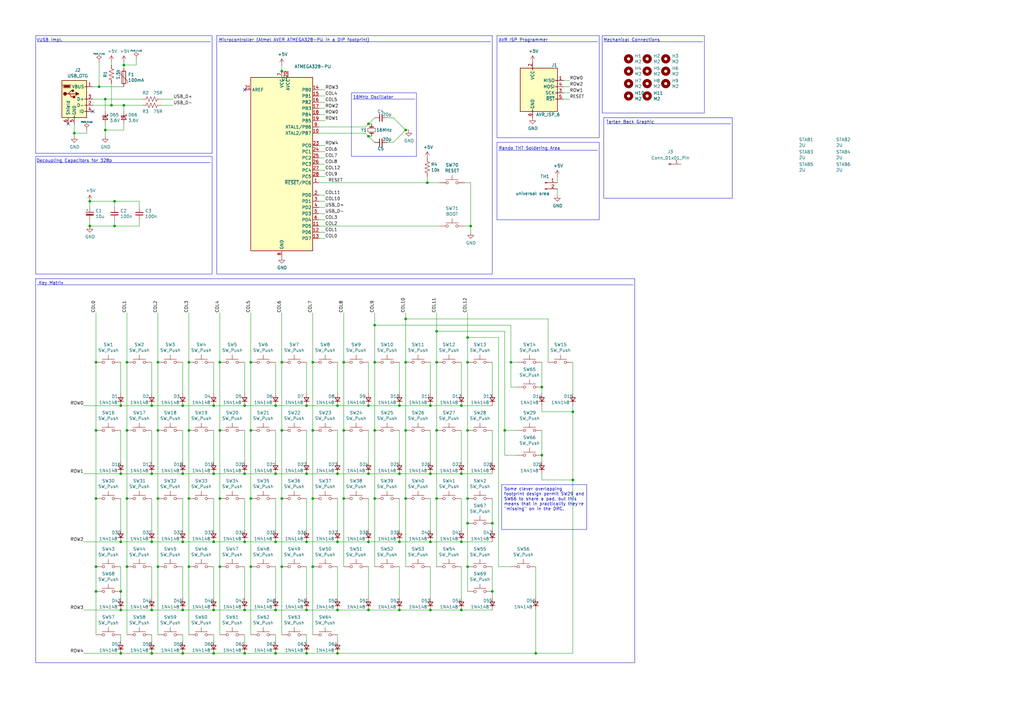
<source format=kicad_sch>
(kicad_sch (version 20230819) (generator eeschema)
  (paper "A3")
  (title_block (title "Tartan v0.99") (date "2023-10-25") (rev "ALPHA0000") (company "FUBAR Labs") (comment 2 "Updating the Tartan keyboard THT design for modern use with modern KiCAD for Ben."))
  (junction (at 77.47 176.53))
  (junction (at 151.13 222.25))
  (junction (at 201.93 214.63))
  (junction (at 115.57 204.47))
  (junction (at 30.48 54.61))
  (junction (at 189.23 194.31))
  (junction (at 115.57 176.53))
  (junction (at 191.77 176.53))
  (junction (at 100.33 250.19))
  (junction (at 64.77 148.59))
  (junction (at 153.67 176.53))
  (junction (at 50.8 43.18))
  (junction (at 222.25 158.75))
  (junction (at 74.93 194.31))
  (junction (at 90.17 176.53))
  (junction (at 125.73 250.19))
  (junction (at 151.13 50.8))
  (junction (at 87.63 250.19))
  (junction (at 138.43 222.25))
  (junction (at 74.93 250.19))
  (junction (at 138.43 267.97))
  (junction (at 219.71 267.97))
  (junction (at 39.37 148.59))
  (junction (at 140.97 148.59))
  (junction (at 113.03 194.31))
  (junction (at 77.47 148.59))
  (junction (at 45.72 43.18))
  (junction (at 166.37 204.47))
  (junction (at 151.13 194.31))
  (junction (at 189.23 166.37))
  (junction (at 153.67 133.35))
  (junction (at 163.83 222.25))
  (junction (at 166.37 53.34))
  (junction (at 138.43 250.19))
  (junction (at 100.33 194.31))
  (junction (at 179.07 204.47))
  (junction (at 166.37 176.53))
  (junction (at 43.18 53.34))
  (junction (at 163.83 194.31))
  (junction (at 52.07 148.59))
  (junction (at 113.03 222.25))
  (junction (at 64.77 176.53))
  (junction (at 140.97 204.47))
  (junction (at 140.97 176.53))
  (junction (at 128.27 204.47))
  (junction (at 52.07 232.41))
  (junction (at 74.93 267.97))
  (junction (at 87.63 166.37))
  (junction (at 163.83 166.37))
  (junction (at 62.23 222.25))
  (junction (at 40.64 35.56))
  (junction (at 39.37 176.53))
  (junction (at 153.67 204.47))
  (junction (at 102.87 232.41))
  (junction (at 100.33 166.37))
  (junction (at 62.23 267.97))
  (junction (at 74.93 166.37))
  (junction (at 43.18 40.64))
  (junction (at 128.27 232.41))
  (junction (at 62.23 194.31))
  (junction (at 90.17 148.59))
  (junction (at 46.99 92.71))
  (junction (at 39.37 204.47))
  (junction (at 46.99 82.55))
  (junction (at 189.23 250.19))
  (junction (at 153.67 148.59))
  (junction (at 62.23 166.37))
  (junction (at 201.93 242.57))
  (junction (at 191.77 214.63))
  (junction (at 151.13 55.88))
  (junction (at 100.33 222.25))
  (junction (at 138.43 194.31))
  (junction (at 125.73 267.97))
  (junction (at 36.83 92.71))
  (junction (at 207.01 176.53))
  (junction (at 125.73 194.31))
  (junction (at 234.95 196.85))
  (junction (at 115.57 148.59))
  (junction (at 179.07 135.89))
  (junction (at 62.23 250.19))
  (junction (at 176.53 250.19))
  (junction (at 176.53 222.25))
  (junction (at 191.77 138.43))
  (junction (at 49.53 222.25))
  (junction (at 90.17 204.47))
  (junction (at 64.77 204.47))
  (junction (at 74.93 222.25))
  (junction (at 151.13 166.37))
  (junction (at 125.73 166.37))
  (junction (at 179.07 176.53))
  (junction (at 77.47 204.47))
  (junction (at 176.53 194.31))
  (junction (at 138.43 166.37))
  (junction (at 50.8 26.67))
  (junction (at 102.87 148.59))
  (junction (at 100.33 267.97))
  (junction (at 191.77 232.41))
  (junction (at 113.03 166.37))
  (junction (at 87.63 267.97))
  (junction (at 115.57 232.41))
  (junction (at 87.63 194.31))
  (junction (at 102.87 176.53))
  (junction (at 90.17 232.41))
  (junction (at 36.83 82.55))
  (junction (at 128.27 148.59))
  (junction (at 163.83 250.19))
  (junction (at 64.77 232.41))
  (junction (at 39.37 232.41))
  (junction (at 193.04 92.71))
  (junction (at 176.53 166.37))
  (junction (at 113.03 250.19))
  (junction (at 115.57 29.21))
  (junction (at 49.53 166.37))
  (junction (at 49.53 194.31))
  (junction (at 49.53 242.57))
  (junction (at 52.07 176.53))
  (junction (at 102.87 204.47))
  (junction (at 128.27 176.53))
  (junction (at 49.53 267.97))
  (junction (at 87.63 222.25))
  (junction (at 175.26 74.93))
  (junction (at 39.37 242.57))
  (junction (at 77.47 232.41))
  (junction (at 113.03 267.97))
  (junction (at 222.25 186.69))
  (junction (at 125.73 222.25))
  (junction (at 179.07 148.59))
  (junction (at 234.95 168.91))
  (junction (at 191.77 148.59))
  (junction (at 209.55 148.59))
  (junction (at 166.37 148.59))
  (junction (at 191.77 204.47))
  (junction (at 151.13 250.19))
  (junction (at 52.07 204.47))
  (junction (at 49.53 250.19))
  (junction (at 189.23 222.25))
  (junction (at 166.37 130.81))
  (no_connect (at 100.33 36.83))
  (no_connect (at 38.1 45.72))
  (no_connect (at 27.94 50.8))
  (wire (pts (xy 39.37 148.59) (xy 39.37 128.27)))
  (wire (pts (xy 39.37 176.53) (xy 39.37 148.59)))
  (wire (pts (xy 222.25 166.37) (xy 222.25 168.91)))
  (wire (pts (xy 35.56 53.34) (xy 35.56 54.61)))
  (wire (pts (xy 161.29 58.42) (xy 166.37 53.34)))
  (wire (pts (xy 222.25 186.69) (xy 222.25 189.23)))
  (wire (pts (xy 50.8 43.18) (xy 58.42 43.18)))
  (wire (pts (xy 113.03 222.25) (xy 125.73 222.25)))
  (wire (pts (xy 125.73 194.31) (xy 138.43 194.31)))
  (wire (pts (xy 130.81 90.17) (xy 133.35 90.17)))
  (wire (pts (xy 87.63 267.97) (xy 100.33 267.97)))
  (wire (pts (xy 57.15 90.17) (xy 57.15 92.71)))
  (wire (pts (xy 49.53 222.25) (xy 62.23 222.25)))
  (wire (pts (xy 189.23 176.53) (xy 189.23 189.23)))
  (wire (pts (xy 102.87 176.53) (xy 102.87 148.59)))
  (wire (pts (xy 204.47 138.43) (xy 191.77 138.43)))
  (wire (pts (xy 125.73 148.59) (xy 125.73 161.29)))
  (wire (pts (xy 166.37 176.53) (xy 166.37 148.59)))
  (wire (pts (xy 35.56 54.61) (xy 30.48 54.61)))
  (polyline (pts (xy 298.45 50.8) (xy 299.72 50.8)))
  (wire (pts (xy 62.23 222.25) (xy 74.93 222.25)))
  (wire (pts (xy 62.23 204.47) (xy 62.23 217.17)))
  (wire (pts (xy 36.83 90.17) (xy 36.83 92.71)))
  (wire (pts (xy 234.95 166.37) (xy 234.95 168.91)))
  (wire (pts (xy 191.77 138.43) (xy 191.77 148.59)))
  (wire (pts (xy 87.63 148.59) (xy 87.63 161.29)))
  (polyline (pts (xy 247.65 17.145) (xy 288.29 17.145)))
  (polyline (pts (xy 144.78 40.64) (xy 170.18 40.64)))
  (wire (pts (xy 209.55 133.35) (xy 153.67 133.35)))
  (wire (pts (xy 130.81 62.23) (xy 133.35 62.23)))
  (wire (pts (xy 130.81 36.83) (xy 133.35 36.83)))
  (wire (pts (xy 179.07 176.53) (xy 179.07 148.59)))
  (wire (pts (xy 219.71 232.41) (xy 219.71 245.11)))
  (wire (pts (xy 219.71 267.97) (xy 234.95 267.97)))
  (wire (pts (xy 115.57 232.41) (xy 115.57 204.47)))
  (wire (pts (xy 130.81 41.91) (xy 133.35 41.91)))
  (wire (pts (xy 130.81 69.85) (xy 133.35 69.85)))
  (wire (pts (xy 151.13 194.31) (xy 163.83 194.31)))
  (wire (pts (xy 234.95 148.59) (xy 234.95 161.29)))
  (wire (pts (xy 163.83 232.41) (xy 163.83 245.11)))
  (wire (pts (xy 40.64 25.4) (xy 40.64 35.56)))
  (wire (pts (xy 74.93 204.47) (xy 74.93 217.17)))
  (wire (pts (xy 90.17 204.47) (xy 90.17 176.53)))
  (wire (pts (xy 49.53 232.41) (xy 49.53 242.57)))
  (wire (pts (xy 189.23 166.37) (xy 201.93 166.37)))
  (wire (pts (xy 176.53 204.47) (xy 176.53 217.17)))
  (wire (pts (xy 74.93 232.41) (xy 74.93 245.11)))
  (wire (pts (xy 49.53 194.31) (xy 62.23 194.31)))
  (wire (pts (xy 100.33 166.37) (xy 113.03 166.37)))
  (wire (pts (xy 189.23 148.59) (xy 189.23 161.29)))
  (wire (pts (xy 163.83 222.25) (xy 176.53 222.25)))
  (wire (pts (xy 163.83 148.59) (xy 163.83 161.29)))
  (wire (pts (xy 62.23 267.97) (xy 74.93 267.97)))
  (wire (pts (xy 163.83 176.53) (xy 163.83 189.23)))
  (wire (pts (xy 138.43 222.25) (xy 151.13 222.25)))
  (wire (pts (xy 176.53 250.19) (xy 189.23 250.19)))
  (wire (pts (xy 189.23 232.41) (xy 189.23 245.11)))
  (wire (pts (xy 87.63 250.19) (xy 100.33 250.19)))
  (wire (pts (xy 115.57 204.47) (xy 115.57 176.53)))
  (wire (pts (xy 45.72 25.4) (xy 45.72 26.67)))
  (wire (pts (xy 130.81 39.37) (xy 133.35 39.37)))
  (wire (pts (xy 90.17 260.35) (xy 90.17 232.41)))
  (wire (pts (xy 209.55 232.41) (xy 204.47 232.41)))
  (wire (pts (xy 130.81 64.77) (xy 133.35 64.77)))
  (wire (pts (xy 49.53 267.97) (xy 62.23 267.97)))
  (wire (pts (xy 90.17 232.41) (xy 90.17 204.47)))
  (wire (pts (xy 74.93 166.37) (xy 87.63 166.37)))
  (wire (pts (xy 74.93 194.31) (xy 87.63 194.31)))
  (wire (pts (xy 38.1 40.64) (xy 43.18 40.64)))
  (wire (pts (xy 176.53 166.37) (xy 189.23 166.37)))
  (wire (pts (xy 128.27 204.47) (xy 128.27 176.53)))
  (wire (pts (xy 201.93 148.59) (xy 201.93 161.29)))
  (wire (pts (xy 234.95 168.91) (xy 234.95 196.85)))
  (wire (pts (xy 191.77 176.53) (xy 191.77 204.47)))
  (wire (pts (xy 219.71 250.19) (xy 219.71 267.97)))
  (wire (pts (xy 102.87 148.59) (xy 102.87 128.27)))
  (wire (pts (xy 151.13 50.8) (xy 152.4 50.8)))
  (wire (pts (xy 153.67 232.41) (xy 153.67 204.47)))
  (wire (pts (xy 191.77 148.59) (xy 191.77 176.53)))
  (wire (pts (xy 74.93 176.53) (xy 74.93 189.23)))
  (wire (pts (xy 115.57 176.53) (xy 115.57 148.59)))
  (wire (pts (xy 87.63 204.47) (xy 87.63 217.17)))
  (wire (pts (xy 130.81 46.99) (xy 133.35 46.99)))
  (wire (pts (xy 133.35 80.01) (xy 130.81 80.01)))
  (wire (pts (xy 204.47 232.41) (xy 204.47 138.43)))
  (wire (pts (xy 209.55 148.59) (xy 212.09 148.59)))
  (wire (pts (xy 130.81 95.25) (xy 133.35 95.25)))
  (wire (pts (xy 224.79 130.81) (xy 224.79 148.59)))
  (wire (pts (xy 49.53 250.19) (xy 62.23 250.19)))
  (wire (pts (xy 201.93 242.57) (xy 201.93 245.11)))
  (wire (pts (xy 189.23 194.31) (xy 201.93 194.31)))
  (wire (pts (xy 140.97 176.53) (xy 140.97 148.59)))
  (wire (pts (xy 201.93 204.47) (xy 201.93 214.63)))
  (wire (pts (xy 158.75 48.26) (xy 161.29 48.26)))
  (wire (pts (xy 39.37 204.47) (xy 39.37 176.53)))
  (wire (pts (xy 130.81 44.45) (xy 133.35 44.45)))
  (wire (pts (xy 46.99 82.55) (xy 57.15 82.55)))
  (wire (pts (xy 62.23 148.59) (xy 62.23 161.29)))
  (wire (pts (xy 66.04 40.64) (xy 71.12 40.64)))
  (wire (pts (xy 77.47 260.35) (xy 77.47 232.41)))
  (wire (pts (xy 50.8 26.67) (xy 50.8 25.4)))
  (wire (pts (xy 153.67 128.27) (xy 153.67 133.35)))
  (wire (pts (xy 176.53 222.25) (xy 189.23 222.25)))
  (wire (pts (xy 190.5 74.93) (xy 193.04 74.93)))
  (wire (pts (xy 222.25 158.75) (xy 222.25 161.29)))
  (wire (pts (xy 52.07 204.47) (xy 52.07 176.53)))
  (wire (pts (xy 100.33 260.35) (xy 100.33 262.89)))
  (wire (pts (xy 201.93 232.41) (xy 201.93 242.57)))
  (wire (pts (xy 191.77 242.57) (xy 191.77 232.41)))
  (polyline (pts (xy 15.24 17.145) (xy 86.36 17.145)))
  (wire (pts (xy 87.63 232.41) (xy 87.63 245.11)))
  (wire (pts (xy 231.14 33.02) (xy 233.68 33.02)))
  (wire (pts (xy 49.53 148.59) (xy 49.53 161.29)))
  (wire (pts (xy 231.14 38.1) (xy 233.68 38.1)))
  (wire (pts (xy 151.13 55.88) (xy 153.67 58.42)))
  (wire (pts (xy 50.8 43.18) (xy 50.8 45.72)))
  (wire (pts (xy 66.04 43.18) (xy 71.12 43.18)))
  (wire (pts (xy 151.13 55.88) (xy 152.4 55.88)))
  (wire (pts (xy 113.03 260.35) (xy 113.03 262.89)))
  (wire (pts (xy 130.81 67.31) (xy 133.35 67.31)))
  (wire (pts (xy 222.25 148.59) (xy 222.25 158.75)))
  (wire (pts (xy 222.25 168.91) (xy 234.95 168.91)))
  (wire (pts (xy 193.04 95.25) (xy 193.04 92.71)))
  (wire (pts (xy 138.43 148.59) (xy 138.43 161.29)))
  (wire (pts (xy 64.77 176.53) (xy 64.77 148.59)))
  (wire (pts (xy 138.43 232.41) (xy 138.43 245.11)))
  (wire (pts (xy 62.23 232.41) (xy 62.23 245.11)))
  (wire (pts (xy 153.67 176.53) (xy 153.67 148.59)))
  (wire (pts (xy 207.01 176.53) (xy 212.09 176.53)))
  (wire (pts (xy 189.23 222.25) (xy 201.93 222.25)))
  (wire (pts (xy 138.43 260.35) (xy 138.43 262.89)))
  (wire (pts (xy 62.23 194.31) (xy 74.93 194.31)))
  (wire (pts (xy 151.13 148.59) (xy 151.13 161.29)))
  (wire (pts (xy 43.18 45.72) (xy 43.18 40.64)))
  (wire (pts (xy 50.8 53.34) (xy 50.8 50.8)))
  (wire (pts (xy 151.13 204.47) (xy 151.13 217.17)))
  (wire (pts (xy 163.83 166.37) (xy 176.53 166.37)))
  (wire (pts (xy 209.55 158.75) (xy 209.55 148.59)))
  (wire (pts (xy 34.29 166.37) (xy 49.53 166.37)))
  (wire (pts (xy 158.75 58.42) (xy 161.29 58.42)))
  (wire (pts (xy 130.81 97.79) (xy 133.35 97.79)))
  (wire (pts (xy 34.29 194.31) (xy 49.53 194.31)))
  (wire (pts (xy 191.77 214.63) (xy 191.77 232.41)))
  (wire (pts (xy 179.07 135.89) (xy 179.07 148.59)))
  (wire (pts (xy 231.14 40.64) (xy 233.68 40.64)))
  (wire (pts (xy 43.18 50.8) (xy 43.18 53.34)))
  (wire (pts (xy 113.03 204.47) (xy 113.03 217.17)))
  (wire (pts (xy 100.33 194.31) (xy 113.03 194.31)))
  (wire (pts (xy 166.37 130.81) (xy 166.37 148.59)))
  (wire (pts (xy 179.07 204.47) (xy 179.07 176.53)))
  (wire (pts (xy 209.55 148.59) (xy 209.55 133.35)))
  (wire (pts (xy 176.53 194.31) (xy 189.23 194.31)))
  (wire (pts (xy 130.81 85.09) (xy 133.35 85.09)))
  (wire (pts (xy 115.57 260.35) (xy 115.57 232.41)))
  (wire (pts (xy 77.47 176.53) (xy 77.47 148.59)))
  (wire (pts (xy 176.53 148.59) (xy 176.53 161.29)))
  (wire (pts (xy 62.23 176.53) (xy 62.23 189.23)))
  (wire (pts (xy 49.53 204.47) (xy 49.53 217.17)))
  (wire (pts (xy 175.26 74.93) (xy 180.34 74.93)))
  (polyline (pts (xy 15.24 66.675) (xy 86.36 66.675)))
  (polyline (pts (xy 248.92 50.8) (xy 298.45 50.8)))
  (wire (pts (xy 222.25 176.53) (xy 222.25 186.69)))
  (wire (pts (xy 153.67 133.35) (xy 153.67 148.59)))
  (wire (pts (xy 113.03 176.53) (xy 113.03 189.23)))
  (wire (pts (xy 128.27 204.47) (xy 128.27 232.41)))
  (wire (pts (xy 43.18 53.34) (xy 50.8 53.34)))
  (wire (pts (xy 228.6 72.39) (xy 228.6 74.93)))
  (wire (pts (xy 234.95 196.85) (xy 234.95 267.97)))
  (wire (pts (xy 212.09 158.75) (xy 209.55 158.75)))
  (wire (pts (xy 36.83 82.55) (xy 36.83 85.09)))
  (wire (pts (xy 100.33 204.47) (xy 100.33 217.17)))
  (wire (pts (xy 100.33 176.53) (xy 100.33 189.23)))
  (wire (pts (xy 138.43 194.31) (xy 151.13 194.31)))
  (wire (pts (xy 151.13 232.41) (xy 151.13 245.11)))
  (wire (pts (xy 212.09 186.69) (xy 207.01 186.69)))
  (wire (pts (xy 130.81 49.53) (xy 133.35 49.53)))
  (wire (pts (xy 64.77 148.59) (xy 64.77 128.27)))
  (wire (pts (xy 130.81 52.07) (xy 149.86 52.07)))
  (wire (pts (xy 228.6 80.01) (xy 228.6 77.47)))
  (wire (pts (xy 52.07 148.59) (xy 52.07 128.27)))
  (wire (pts (xy 151.13 176.53) (xy 151.13 189.23)))
  (wire (pts (xy 52.07 232.41) (xy 52.07 260.35)))
  (wire (pts (xy 128.27 232.41) (xy 128.27 260.35)))
  (wire (pts (xy 125.73 232.41) (xy 125.73 245.11)))
  (wire (pts (xy 125.73 260.35) (xy 125.73 262.89)))
  (wire (pts (xy 130.81 72.39) (xy 133.35 72.39)))
  (wire (pts (xy 163.83 250.19) (xy 176.53 250.19)))
  (wire (pts (xy 207.01 186.69) (xy 207.01 176.53)))
  (wire (pts (xy 74.93 148.59) (xy 74.93 161.29)))
  (wire (pts (xy 153.67 204.47) (xy 153.67 176.53)))
  (wire (pts (xy 138.43 204.47) (xy 138.43 217.17)))
  (wire (pts (xy 50.8 27.94) (xy 50.8 26.67)))
  (wire (pts (xy 115.57 29.21) (xy 115.57 26.67)))
  (wire (pts (xy 222.25 196.85) (xy 234.95 196.85)))
  (wire (pts (xy 87.63 260.35) (xy 87.63 262.89)))
  (wire (pts (xy 52.07 176.53) (xy 52.07 148.59)))
  (wire (pts (xy 166.37 204.47) (xy 166.37 176.53)))
  (wire (pts (xy 138.43 267.97) (xy 219.71 267.97)))
  (wire (pts (xy 207.01 176.53) (xy 207.01 135.89)))
  (wire (pts (xy 49.53 166.37) (xy 62.23 166.37)))
  (wire (pts (xy 77.47 148.59) (xy 77.47 128.27)))
  (wire (pts (xy 74.93 267.97) (xy 87.63 267.97)))
  (wire (pts (xy 77.47 204.47) (xy 77.47 176.53)))
  (wire (pts (xy 179.07 232.41) (xy 179.07 204.47)))
  (wire (pts (xy 190.5 92.71) (xy 193.04 92.71)))
  (wire (pts (xy 90.17 176.53) (xy 90.17 148.59)))
  (wire (pts (xy 191.77 128.27) (xy 191.77 138.43)))
  (wire (pts (xy 130.81 82.55) (xy 133.35 82.55)))
  (wire (pts (xy 113.03 267.97) (xy 125.73 267.97)))
  (wire (pts (xy 34.29 267.97) (xy 49.53 267.97)))
  (wire (pts (xy 45.72 34.29) (xy 45.72 43.18)))
  (wire (pts (xy 166.37 232.41) (xy 166.37 204.47)))
  (wire (pts (xy 128.27 148.59) (xy 128.27 128.27)))
  (wire (pts (xy 130.81 74.93) (xy 175.26 74.93)))
  (wire (pts (xy 130.81 87.63) (xy 133.35 87.63)))
  (wire (pts (xy 140.97 232.41) (xy 140.97 204.47)))
  (wire (pts (xy 128.27 176.53) (xy 128.27 148.59)))
  (wire (pts (xy 36.83 82.55) (xy 46.99 82.55)))
  (wire (pts (xy 77.47 232.41) (xy 77.47 204.47)))
  (wire (pts (xy 74.93 222.25) (xy 87.63 222.25)))
  (wire (pts (xy 161.29 48.26) (xy 166.37 53.34)))
  (wire (pts (xy 113.03 166.37) (xy 125.73 166.37)))
  (wire (pts (xy 55.88 26.67) (xy 55.88 24.13)))
  (wire (pts (xy 38.1 35.56) (xy 40.64 35.56)))
  (wire (pts (xy 49.53 176.53) (xy 49.53 189.23)))
  (polyline (pts (xy 15.24 116.84) (xy 259.715 116.84)))
  (wire (pts (xy 74.93 250.19) (xy 87.63 250.19)))
  (wire (pts (xy 87.63 222.25) (xy 100.33 222.25)))
  (wire (pts (xy 130.81 92.71) (xy 180.34 92.71)))
  (wire (pts (xy 113.03 232.41) (xy 113.03 245.11)))
  (wire (pts (xy 64.77 232.41) (xy 64.77 204.47)))
  (wire (pts (xy 100.33 148.59) (xy 100.33 161.29)))
  (wire (pts (xy 39.37 260.35) (xy 39.37 242.57)))
  (wire (pts (xy 138.43 166.37) (xy 151.13 166.37)))
  (wire (pts (xy 100.33 222.25) (xy 113.03 222.25)))
  (wire (pts (xy 166.37 128.27) (xy 166.37 130.81)))
  (wire (pts (xy 231.14 35.56) (xy 233.68 35.56)))
  (wire (pts (xy 149.86 52.07) (xy 151.13 50.8)))
  (wire (pts (xy 38.1 43.18) (xy 45.72 43.18)))
  (wire (pts (xy 151.13 222.25) (xy 163.83 222.25)))
  (wire (pts (xy 52.07 232.41) (xy 52.07 204.47)))
  (wire (pts (xy 207.01 135.89) (xy 179.07 135.89)))
  (wire (pts (xy 125.73 250.19) (xy 138.43 250.19)))
  (wire (pts (xy 87.63 166.37) (xy 100.33 166.37)))
  (wire (pts (xy 62.23 166.37) (xy 74.93 166.37)))
  (wire (pts (xy 100.33 232.41) (xy 100.33 245.11)))
  (wire (pts (xy 125.73 204.47) (xy 125.73 217.17)))
  (wire (pts (xy 43.18 40.64) (xy 58.42 40.64)))
  (wire (pts (xy 100.33 267.97) (xy 113.03 267.97)))
  (wire (pts (xy 62.23 250.19) (xy 74.93 250.19)))
  (polyline (pts (xy 204.47 61.595) (xy 245.11 61.595)))
  (wire (pts (xy 138.43 176.53) (xy 138.43 189.23)))
  (wire (pts (xy 163.83 194.31) (xy 176.53 194.31)))
  (wire (pts (xy 57.15 92.71) (xy 46.99 92.71)))
  (wire (pts (xy 115.57 29.21) (xy 118.11 29.21)))
  (wire (pts (xy 102.87 260.35) (xy 102.87 232.41)))
  (wire (pts (xy 176.53 232.41) (xy 176.53 245.11)))
  (wire (pts (xy 46.99 90.17) (xy 46.99 92.71)))
  (wire (pts (xy 49.53 260.35) (xy 49.53 262.89)))
  (wire (pts (xy 64.77 260.35) (xy 64.77 232.41)))
  (wire (pts (xy 125.73 222.25) (xy 138.43 222.25)))
  (wire (pts (xy 153.67 48.26) (xy 151.13 50.8)))
  (wire (pts (xy 40.64 35.56) (xy 50.8 35.56)))
  (wire (pts (xy 39.37 232.41) (xy 39.37 204.47)))
  (wire (pts (xy 115.57 148.59) (xy 115.57 128.27)))
  (wire (pts (xy 193.04 74.93) (xy 193.04 92.71)))
  (wire (pts (xy 140.97 148.59) (xy 140.97 128.27)))
  (wire (pts (xy 113.03 250.19) (xy 125.73 250.19)))
  (wire (pts (xy 179.07 128.27) (xy 179.07 135.89)))
  (wire (pts (xy 130.81 54.61) (xy 149.86 54.61)))
  (wire (pts (xy 125.73 176.53) (xy 125.73 189.23)))
  (wire (pts (xy 189.23 204.47) (xy 189.23 217.17)))
  (wire (pts (xy 151.13 250.19) (xy 163.83 250.19)))
  (wire (pts (xy 176.53 176.53) (xy 176.53 189.23)))
  (wire (pts (xy 50.8 26.67) (xy 55.88 26.67)))
  (wire (pts (xy 149.86 54.61) (xy 151.13 55.88)))
  (wire (pts (xy 45.72 43.18) (xy 50.8 43.18)))
  (wire (pts (xy 100.33 250.19) (xy 113.03 250.19)))
  (wire (pts (xy 138.43 250.19) (xy 151.13 250.19)))
  (polyline (pts (xy 204.47 17.145) (xy 245.11 17.145)))
  (wire (pts (xy 166.37 130.81) (xy 224.79 130.81)))
  (wire (pts (xy 90.17 148.59) (xy 90.17 128.27)))
  (wire (pts (xy 46.99 82.55) (xy 46.99 85.09)))
  (wire (pts (xy 201.93 176.53) (xy 201.93 189.23)))
  (wire (pts (xy 133.35 59.69) (xy 130.81 59.69)))
  (polyline (pts (xy 89.535 17.145) (xy 201.295 17.145)))
  (wire (pts (xy 163.83 204.47) (xy 163.83 217.17)))
  (wire (pts (xy 151.13 166.37) (xy 163.83 166.37)))
  (wire (pts (xy 87.63 194.31) (xy 100.33 194.31)))
  (wire (pts (xy 175.26 72.39) (xy 175.26 74.93)))
  (wire (pts (xy 43.18 53.34) (xy 43.18 55.88)))
  (wire (pts (xy 34.29 222.25) (xy 49.53 222.25)))
  (wire (pts (xy 30.48 50.8) (xy 30.48 54.61)))
  (wire (pts (xy 167.64 53.34) (xy 166.37 53.34)))
  (wire (pts (xy 113.03 148.59) (xy 113.03 161.29)))
  (wire (pts (xy 113.03 194.31) (xy 125.73 194.31)))
  (wire (pts (xy 64.77 204.47) (xy 64.77 176.53)))
  (wire (pts (xy 62.23 260.35) (xy 62.23 262.89)))
  (wire (pts (xy 125.73 267.97) (xy 138.43 267.97)))
  (wire (pts (xy 191.77 204.47) (xy 191.77 214.63)))
  (wire (pts (xy 201.93 214.63) (xy 201.93 217.17)))
  (wire (pts (xy 87.63 176.53) (xy 87.63 189.23)))
  (wire (pts (xy 102.87 204.47) (xy 102.87 176.53)))
  (wire (pts (xy 222.25 194.31) (xy 222.25 196.85)))
  (wire (pts (xy 46.99 92.71) (xy 36.83 92.71)))
  (wire (pts (xy 102.87 232.41) (xy 102.87 204.47)))
  (wire (pts (xy 125.73 166.37) (xy 138.43 166.37)))
  (wire (pts (xy 39.37 242.57) (xy 39.37 232.41)))
  (wire (pts (xy 49.53 242.57) (xy 49.53 245.11)))
  (wire (pts (xy 57.15 82.55) (xy 57.15 85.09)))
  (wire (pts (xy 74.93 260.35) (xy 74.93 262.89)))
  (wire (pts (xy 30.48 54.61) (xy 30.48 55.88)))
  (wire (pts (xy 189.23 250.19) (xy 201.93 250.19)))
  (wire (pts (xy 140.97 204.47) (xy 140.97 176.53)))
  (wire (pts (xy 34.29 250.19) (xy 49.53 250.19)))
  (rectangle (start 247.65 48.26) (end 300.355 81.28))
  (rectangle (start 203.835 58.42) (end 245.745 90.17))
  (rectangle (start 14.605 64.135) (end 86.995 112.395))
  (rectangle (start 203.835 14.605) (end 245.745 56.515))
  (rectangle (start 88.9 14.605) (end 201.93 112.395))
  (rectangle (start 14.605 14.605) (end 86.995 62.865))
  (rectangle (start 144.145 38.1) (end 170.815 64.135))
  (rectangle (start 14.605 114.3) (end 260.35 271.78))
  (rectangle (start 247.015 14.605) (end 288.925 46.355))
  (text_box "Some clever overlapping footprint design permit SW29 and SW66 to share a pad, but this means that in practicality they're \"missing\" on in the DRC." (at 205.74 198.755 0) (size 34.925 18.415) (effects (font (size 1.27 1.27)) (justify left top)))
  (text "Decoupling Capacitors for 328p" (at 30.48 66.04 0) (effects (font (size 1.27 1.27))))
  (text "VUSB Impl." (at 20.32 16.51 0) (effects (font (size 1.27 1.27))))
  (text "Mechanical Connections\n" (at 259.08 16.51 0) (effects (font (size 1.27 1.27))))
  (text "Rando THT Soldering Area" (at 217.17 60.96 0) (effects (font (size 1.27 1.27))))
  (text "16MHz Oscillator" (at 153.035 40.005 0) (effects (font (size 1.27 1.27))))
  (text "Tartan Back Graphic" (at 258.445 50.165 0) (effects (font (size 1.27 1.27))))
  (text "Key Matrix" (at 20.955 116.205 0) (effects (font (size 1.27 1.27))))
  (text "AVR ISP Programmer" (at 214.63 16.51 0) (effects (font (size 1.27 1.27))))
  (text "Microcontroller (Atmel AVER ATMEGA328-PU in a DIP footprint)" (at 120.65 16.51 0) (effects (font (size 1.27 1.27))))
  (label "COL8" (at 140.97 128.27 90))
  (label "COL2" (at 64.77 128.27 90))
  (label "COL9" (at 133.35 72.39 0))
  (label "COL10" (at 166.37 128.27 90))
  (label "USB_D-" (at 71.12 43.18 0))
  (label "USB_D+" (at 133.35 85.09 0))
  (label "COL5" (at 102.87 128.27 90))
  (label "COL4" (at 90.17 128.27 90))
  (label "COL7" (at 128.27 128.27 90))
  (label "COL12" (at 133.35 69.85 0))
  (label "ROW2" (at 34.29 222.25 180))
  (label "ROW4" (at 34.29 267.97 180))
  (label "COL1" (at 133.35 95.25 0))
  (label "ROW1" (at 133.35 49.53 0))
  (label "ROW3" (at 34.29 250.19 180))
  (label "COL9" (at 153.67 128.27 90))
  (label "ROW3" (at 133.35 36.83 0))
  (label "USB_D-" (at 133.35 87.63 0))
  (label "ROW4" (at 133.35 59.69 0))
  (label "COL4" (at 133.35 39.37 0))
  (label "ROW1" (at 34.29 194.31 180))
  (label "ROW0" (at 233.68 33.02 0))
  (label "COL6" (at 133.35 62.23 0))
  (label "ROW1" (at 233.68 38.1 0))
  (label "COL8" (at 133.35 67.31 0))
  (label "ROW2" (at 233.68 35.56 0))
  (label "ROW0" (at 34.29 166.37 180))
  (label "COL3" (at 77.47 128.27 90))
  (label "COL6" (at 115.57 128.27 90))
  (label "COL2" (at 133.35 92.71 0))
  (label "COL11" (at 179.07 128.27 90))
  (label "COL12" (at 191.77 128.27 90))
  (label "RESET" (at 134.62 74.93 0))
  (label "COL10" (at 133.35 82.55 0))
  (label "COL0" (at 133.35 97.79 0))
  (label "COL0" (at 39.37 128.27 90))
  (label "COL1" (at 52.07 128.27 90))
  (label "USB_D+" (at 71.12 40.64 0))
  (label "RESET" (at 233.68 40.64 0))
  (label "COL5" (at 133.35 41.91 0))
  (label "COL7" (at 133.35 64.77 0))
  (label "ROW2" (at 133.35 44.45 0))
  (label "COL3" (at 133.35 90.17 0))
  (label "COL11" (at 133.35 80.01 0))
  (label "ROW0" (at 133.35 46.99 0))
  (symbol (lib_id "Switch:SW_Push") (at 44.45 148.59 0) (mirror y) (unit 1)
    (property "Reference" "SW1" (at 44.45 141.351 0))
    (property "Value" "SW_Push" (at 44.45 143.6624 0))
    (property "Footprint" "SMKJP:SW_Cherry_MX1A_1.00u_PCB" (effects hide))
  )
  (symbol (lib_id "Device:D_Small") (at 49.53 163.83 270) (mirror x) (unit 1)
    (property "Reference" "D1" (at 45.72 162.56 90) (effects (justify left)))
    (property "Value" "1N4148" (at 40.64 165.1 90) (effects (justify left)))
    (property "Footprint" "tartan:D_DO-35_SOD27_P5.08mm_Horizontal" (effects hide))
    (property "Description" "Diode, small symbol" (effects hide))
    (property "Sim.Device" "D" (effects hide))
    (property "Sim.Pins" "1=K 2=A" (effects hide))
  )
  (symbol (lib_id "Switch:SW_Push") (at 44.45 176.53 0) (mirror y) (unit 1)
    (property "Reference" "SW16" (at 44.45 169.291 0))
    (property "Value" "SW_Push" (at 44.45 171.6024 0))
    (property "Footprint" "SMKJP:SW_Cherry_MX1A_1.50u_PCB" (effects hide))
  )
  (symbol (lib_id "Device:D_Small") (at 49.53 191.77 270) (mirror x) (unit 1)
    (property "Reference" "D16" (at 45.72 190.5 90) (effects (justify left)))
    (property "Value" "1N4148" (at 40.64 193.04 90) (effects (justify left)))
    (property "Footprint" "tartan:D_DO-35_SOD27_P5.08mm_Horizontal" (effects hide))
    (property "Description" "Diode, small symbol" (effects hide))
    (property "Sim.Device" "D" (effects hide))
    (property "Sim.Pins" "1=K 2=A" (effects hide))
  )
  (symbol (lib_id "Switch:SW_Push") (at 44.45 204.47 0) (mirror y) (unit 1)
    (property "Reference" "SW30" (at 44.45 197.231 0))
    (property "Value" "SW_Push" (at 44.45 199.5424 0))
    (property "Footprint" "SMKJP:SW_Cherry_MX1A_1.75u_PCB" (effects hide))
  )
  (symbol (lib_id "Device:D_Small") (at 49.53 219.71 270) (mirror x) (unit 1)
    (property "Reference" "D30" (at 45.72 218.44 90) (effects (justify left)))
    (property "Value" "1N4148" (at 40.64 220.98 90) (effects (justify left)))
    (property "Footprint" "tartan:D_DO-35_SOD27_P5.08mm_Horizontal" (effects hide))
    (property "Description" "Diode, small symbol" (effects hide))
    (property "Sim.Device" "D" (effects hide))
    (property "Sim.Pins" "1=K 2=A" (effects hide))
  )
  (symbol (lib_id "Switch:SW_Push") (at 196.85 232.41 0) (mirror y) (unit 1)
    (property "Reference" "SW55" (at 196.85 225.171 0))
    (property "Value" "SW_Push" (at 196.85 227.4824 0))
    (property "Footprint" "SMKJP:SW_Cherry_MX1A_1.75u_PCB" (effects hide))
  )
  (symbol (lib_id "Device:D_Small") (at 201.93 247.65 270) (mirror x) (unit 1)
    (property "Reference" "D55" (at 198.12 246.38 90) (effects (justify left)))
    (property "Value" "1N4148" (at 193.04 248.92 90) (effects (justify left)))
    (property "Footprint" "tartan:D_DO-35_SOD27_P5.08mm_Horizontal" (effects hide))
    (property "Description" "Diode, small symbol" (effects hide))
    (property "Sim.Device" "D" (effects hide))
    (property "Sim.Pins" "1=K 2=A" (effects hide))
  )
  (symbol (lib_id "power:PWR_FLAG") (at 55.88 24.13 0) (unit 1)
    (property "Reference" "#FLG01" (effects hide))
    (property "Value" "PWR_FLAG" (at 55.88 20.8534 0) (effects (font (size 0.635 0.635))))
    (property "Description" "Special symbol for telling ERC where power comes from" (effects hide))
  )
  (symbol (lib_id "power:PWR_FLAG") (at 35.56 53.34 0) (unit 1)
    (property "Reference" "#FLG03" (effects hide))
    (property "Value" "PWR_FLAG" (at 35.56 50.0634 0) (effects (font (size 0.635 0.635))))
    (property "Description" "Special symbol for telling ERC where power comes from" (effects hide))
  )
  (symbol (lib_id "Mechanical:MountingHole") (at 273.05 24.13 0) (unit 1)
    (property "Reference" "H3" (at 275.59 22.9616 0) (effects (justify left)))
    (property "Value" "M2" (at 275.59 25.273 0) (effects (justify left)))
    (property "Footprint" "MountingHole:MountingHole_2.2mm_M2" (effects hide))
    (property "Description" "Mounting Hole without connection" (effects hide))
  )
  (symbol (lib_id "Mechanical:MountingHole") (at 273.05 29.21 0) (unit 1)
    (property "Reference" "H6" (at 275.59 28.0416 0) (effects (justify left)))
    (property "Value" "M2" (at 275.59 30.353 0) (effects (justify left)))
    (property "Footprint" "MountingHole:MountingHole_2.2mm_M2" (effects hide))
    (property "Description" "Mounting Hole without connection" (effects hide))
  )
  (symbol (lib_id "power:PWR_FLAG") (at 40.64 25.4 0) (unit 1)
    (property "Reference" "#FLG02" (effects hide))
    (property "Value" "PWR_FLAG" (at 40.64 22.1234 0) (effects (font (size 0.635 0.635))))
    (property "Description" "Special symbol for telling ERC where power comes from" (effects hide))
  )
  (symbol (lib_id "Mechanical:MountingHole") (at 257.81 24.13 0) (unit 1)
    (property "Reference" "H1" (at 260.35 22.9616 0) (effects (justify left)))
    (property "Value" "M2" (at 260.35 25.273 0) (effects (justify left)))
    (property "Footprint" "MountingHole:MountingHole_2.2mm_M2" (effects hide))
    (property "Description" "Mounting Hole without connection" (effects hide))
  )
  (symbol (lib_id "Mechanical:MountingHole") (at 257.81 29.21 0) (unit 1)
    (property "Reference" "H4" (at 260.35 28.0416 0) (effects (justify left)))
    (property "Value" "M2" (at 260.35 30.353 0) (effects (justify left)))
    (property "Footprint" "MountingHole:MountingHole_2.2mm_M2" (effects hide))
    (property "Description" "Mounting Hole without connection" (effects hide))
  )
  (symbol (lib_id "Mechanical:MountingHole") (at 257.81 34.29 0) (unit 1)
    (property "Reference" "H7" (at 260.35 33.1216 0) (effects (justify left)))
    (property "Value" "M2" (at 260.35 35.433 0) (effects (justify left)))
    (property "Footprint" "MountingHole:MountingHole_2.2mm_M2" (effects hide))
    (property "Description" "Mounting Hole without connection" (effects hide))
  )
  (symbol (lib_id "Mechanical:MountingHole") (at 273.05 34.29 0) (unit 1)
    (property "Reference" "H9" (at 275.59 33.1216 0) (effects (justify left)))
    (property "Value" "M2" (at 275.59 35.433 0) (effects (justify left)))
    (property "Footprint" "MountingHole:MountingHole_2.2mm_M2" (effects hide))
    (property "Description" "Mounting Hole without connection" (effects hide))
  )
  (symbol (lib_id "Mechanical:MountingHole") (at 265.43 24.13 0) (unit 1)
    (property "Reference" "H2" (at 267.97 22.9616 0) (effects (justify left)))
    (property "Value" "M2" (at 267.97 25.273 0) (effects (justify left)))
    (property "Footprint" "MountingHole:MountingHole_2.2mm_M2" (effects hide))
    (property "Description" "Mounting Hole without connection" (effects hide))
  )
  (symbol (lib_id "Mechanical:MountingHole") (at 265.43 29.21 0) (unit 1)
    (property "Reference" "H5" (at 267.97 28.0416 0) (effects (justify left)))
    (property "Value" "M2" (at 267.97 30.353 0) (effects (justify left)))
    (property "Footprint" "MountingHole:MountingHole_2.2mm_M2" (effects hide))
    (property "Description" "Mounting Hole without connection" (effects hide))
  )
  (symbol (lib_id "Mechanical:MountingHole") (at 265.43 34.29 0) (unit 1)
    (property "Reference" "H8" (at 267.97 33.1216 0) (effects (justify left)))
    (property "Value" "M2" (at 267.97 35.433 0) (effects (justify left)))
    (property "Footprint" "MountingHole:MountingHole_2.2mm_M2" (effects hide))
    (property "Description" "Mounting Hole without connection" (effects hide))
  )
  (symbol (lib_id "Mechanical:MountingHole") (at 257.81 39.37 0) (unit 1)
    (property "Reference" "H10" (at 260.35 38.2016 0) (effects (justify left)))
    (property "Value" "M2" (at 260.35 40.513 0) (effects (justify left)))
    (property "Footprint" "MountingHole:MountingHole_2.2mm_M2" (effects hide))
    (property "Description" "Mounting Hole without connection" (effects hide))
  )
  (symbol (lib_id "power:+5V") (at 36.83 82.55 0) (unit 1)
    (property "Reference" "#PWR01" (effects hide))
    (property "Value" "+5V" (at 37.211 78.1558 0))
  )
  (symbol (lib_id "Switch:SW_Push") (at 57.15 148.59 0) (mirror y) (unit 1)
    (property "Reference" "SW2" (at 57.15 141.351 0))
    (property "Value" "SW_Push" (at 57.15 143.6624 0))
    (property "Footprint" "SMKJP:SW_Cherry_MX1A_1.00u_PCB" (effects hide))
  )
  (symbol (lib_id "Device:D_Small") (at 62.23 163.83 270) (mirror x) (unit 1)
    (property "Reference" "D2" (at 58.42 162.56 90) (effects (justify left)))
    (property "Value" "1N4148" (at 53.34 165.1 90) (effects (justify left)))
    (property "Footprint" "tartan:D_DO-35_SOD27_P5.08mm_Horizontal" (effects hide))
    (property "Description" "Diode, small symbol" (effects hide))
    (property "Sim.Device" "D" (effects hide))
    (property "Sim.Pins" "1=K 2=A" (effects hide))
  )
  (symbol (lib_id "Switch:SW_Push") (at 57.15 176.53 0) (mirror y) (unit 1)
    (property "Reference" "SW17" (at 57.15 169.291 0))
    (property "Value" "SW_Push" (at 57.15 171.6024 0))
    (property "Footprint" "SMKJP:SW_Cherry_MX1A_1.00u_PCB" (effects hide))
  )
  (symbol (lib_id "Device:D_Small") (at 62.23 191.77 270) (mirror x) (unit 1)
    (property "Reference" "D17" (at 58.42 190.5 90) (effects (justify left)))
    (property "Value" "1N4148" (at 53.34 193.04 90) (effects (justify left)))
    (property "Footprint" "tartan:D_DO-35_SOD27_P5.08mm_Horizontal" (effects hide))
    (property "Description" "Diode, small symbol" (effects hide))
    (property "Sim.Device" "D" (effects hide))
    (property "Sim.Pins" "1=K 2=A" (effects hide))
  )
  (symbol (lib_id "Switch:SW_Push") (at 57.15 204.47 0) (mirror y) (unit 1)
    (property "Reference" "SW31" (at 57.15 197.231 0))
    (property "Value" "SW_Push" (at 57.15 199.5424 0))
    (property "Footprint" "SMKJP:SW_Cherry_MX1A_1.00u_PCB" (effects hide))
  )
  (symbol (lib_id "Device:D_Small") (at 62.23 219.71 270) (mirror x) (unit 1)
    (property "Reference" "D31" (at 58.42 218.44 90) (effects (justify left)))
    (property "Value" "1N4148" (at 53.34 220.98 90) (effects (justify left)))
    (property "Footprint" "tartan:D_DO-35_SOD27_P5.08mm_Horizontal" (effects hide))
    (property "Description" "Diode, small symbol" (effects hide))
    (property "Sim.Device" "D" (effects hide))
    (property "Sim.Pins" "1=K 2=A" (effects hide))
  )
  (symbol (lib_id "Switch:SW_Push") (at 44.45 260.35 0) (mirror y) (unit 1)
    (property "Reference" "SW57" (at 44.45 253.111 0))
    (property "Value" "SW_Push" (at 44.45 255.4224 0))
    (property "Footprint" "SMKJP:SW_Cherry_MX1A_1.25u_PCB" (effects hide))
  )
  (symbol (lib_id "Device:D_Small") (at 49.53 265.43 270) (mirror x) (unit 1)
    (property "Reference" "D57" (at 45.72 264.16 90) (effects (justify left)))
    (property "Value" "1N4148" (at 40.64 266.7 90) (effects (justify left)))
    (property "Footprint" "tartan:D_DO-35_SOD27_P5.08mm_Horizontal" (effects hide))
    (property "Description" "Diode, small symbol" (effects hide))
    (property "Sim.Device" "D" (effects hide))
    (property "Sim.Pins" "1=K 2=A" (effects hide))
  )
  (symbol (lib_id "Switch:SW_Push") (at 69.85 148.59 0) (mirror y) (unit 1)
    (property "Reference" "SW3" (at 69.85 141.351 0))
    (property "Value" "SW_Push" (at 69.85 143.6624 0))
    (property "Footprint" "SMKJP:SW_Cherry_MX1A_1.00u_PCB" (effects hide))
  )
  (symbol (lib_id "Device:D_Small") (at 74.93 163.83 270) (mirror x) (unit 1)
    (property "Reference" "D3" (at 71.12 162.56 90) (effects (justify left)))
    (property "Value" "1N4148" (at 66.04 165.1 90) (effects (justify left)))
    (property "Footprint" "tartan:D_DO-35_SOD27_P5.08mm_Horizontal" (effects hide))
    (property "Description" "Diode, small symbol" (effects hide))
    (property "Sim.Device" "D" (effects hide))
    (property "Sim.Pins" "1=K 2=A" (effects hide))
  )
  (symbol (lib_id "Switch:SW_Push") (at 69.85 176.53 0) (mirror y) (unit 1)
    (property "Reference" "SW18" (at 69.85 169.291 0))
    (property "Value" "SW_Push" (at 69.85 171.6024 0))
    (property "Footprint" "SMKJP:SW_Cherry_MX1A_1.00u_PCB" (effects hide))
  )
  (symbol (lib_id "Device:D_Small") (at 74.93 191.77 270) (mirror x) (unit 1)
    (property "Reference" "D18" (at 71.12 190.5 90) (effects (justify left)))
    (property "Value" "1N4148" (at 66.04 193.04 90) (effects (justify left)))
    (property "Footprint" "tartan:D_DO-35_SOD27_P5.08mm_Horizontal" (effects hide))
    (property "Description" "Diode, small symbol" (effects hide))
    (property "Sim.Device" "D" (effects hide))
    (property "Sim.Pins" "1=K 2=A" (effects hide))
  )
  (symbol (lib_id "Switch:SW_Push") (at 69.85 204.47 0) (mirror y) (unit 1)
    (property "Reference" "SW32" (at 69.85 197.231 0))
    (property "Value" "SW_Push" (at 69.85 199.5424 0))
    (property "Footprint" "SMKJP:SW_Cherry_MX1A_1.00u_PCB" (effects hide))
  )
  (symbol (lib_id "Device:D_Small") (at 74.93 219.71 270) (mirror x) (unit 1)
    (property "Reference" "D32" (at 71.12 218.44 90) (effects (justify left)))
    (property "Value" "1N4148" (at 66.04 220.98 90) (effects (justify left)))
    (property "Footprint" "tartan:D_DO-35_SOD27_P5.08mm_Horizontal" (effects hide))
    (property "Description" "Diode, small symbol" (effects hide))
    (property "Sim.Device" "D" (effects hide))
    (property "Sim.Pins" "1=K 2=A" (effects hide))
  )
  (symbol (lib_id "Switch:SW_Push") (at 57.15 260.35 0) (mirror y) (unit 1)
    (property "Reference" "SW58" (at 57.15 253.111 0))
    (property "Value" "SW_Push" (at 57.15 255.4224 0))
    (property "Footprint" "SMKJP:SW_Cherry_MX1A_1.25u_PCB" (effects hide))
  )
  (symbol (lib_id "Device:D_Small") (at 62.23 265.43 270) (mirror x) (unit 1)
    (property "Reference" "D58" (at 58.42 264.16 90) (effects (justify left)))
    (property "Value" "1N4148" (at 53.34 266.7 90) (effects (justify left)))
    (property "Footprint" "tartan:D_DO-35_SOD27_P5.08mm_Horizontal" (effects hide))
    (property "Description" "Diode, small symbol" (effects hide))
    (property "Sim.Device" "D" (effects hide))
    (property "Sim.Pins" "1=K 2=A" (effects hide))
  )
  (symbol (lib_id "Switch:SW_Push") (at 82.55 148.59 0) (mirror y) (unit 1)
    (property "Reference" "SW4" (at 82.55 141.351 0))
    (property "Value" "SW_Push" (at 82.55 143.6624 0))
    (property "Footprint" "SMKJP:SW_Cherry_MX1A_1.00u_PCB" (effects hide))
  )
  (symbol (lib_id "Device:D_Small") (at 87.63 163.83 270) (mirror x) (unit 1)
    (property "Reference" "D4" (at 83.82 162.56 90) (effects (justify left)))
    (property "Value" "1N4148" (at 78.74 165.1 90) (effects (justify left)))
    (property "Footprint" "tartan:D_DO-35_SOD27_P5.08mm_Horizontal" (effects hide))
    (property "Description" "Diode, small symbol" (effects hide))
    (property "Sim.Device" "D" (effects hide))
    (property "Sim.Pins" "1=K 2=A" (effects hide))
  )
  (symbol (lib_id "Switch:SW_Push") (at 82.55 176.53 0) (mirror y) (unit 1)
    (property "Reference" "SW19" (at 82.55 169.291 0))
    (property "Value" "SW_Push" (at 82.55 171.6024 0))
    (property "Footprint" "SMKJP:SW_Cherry_MX1A_1.00u_PCB" (effects hide))
  )
  (symbol (lib_id "Device:D_Small") (at 87.63 191.77 270) (mirror x) (unit 1)
    (property "Reference" "D19" (at 83.82 190.5 90) (effects (justify left)))
    (property "Value" "1N4148" (at 78.74 193.04 90) (effects (justify left)))
    (property "Footprint" "tartan:D_DO-35_SOD27_P5.08mm_Horizontal" (effects hide))
    (property "Description" "Diode, small symbol" (effects hide))
    (property "Sim.Device" "D" (effects hide))
    (property "Sim.Pins" "1=K 2=A" (effects hide))
  )
  (symbol (lib_id "Switch:SW_Push") (at 82.55 204.47 0) (mirror y) (unit 1)
    (property "Reference" "SW33" (at 82.55 197.231 0))
    (property "Value" "SW_Push" (at 82.55 199.5424 0))
    (property "Footprint" "SMKJP:SW_Cherry_MX1A_1.00u_PCB" (effects hide))
  )
  (symbol (lib_id "Device:D_Small") (at 87.63 219.71 270) (mirror x) (unit 1)
    (property "Reference" "D33" (at 83.82 218.44 90) (effects (justify left)))
    (property "Value" "1N4148" (at 78.74 220.98 90) (effects (justify left)))
    (property "Footprint" "tartan:D_DO-35_SOD27_P5.08mm_Horizontal" (effects hide))
    (property "Description" "Diode, small symbol" (effects hide))
    (property "Sim.Device" "D" (effects hide))
    (property "Sim.Pins" "1=K 2=A" (effects hide))
  )
  (symbol (lib_id "Switch:SW_Push") (at 69.85 260.35 0) (mirror y) (unit 1)
    (property "Reference" "SW59" (at 69.85 253.111 0))
    (property "Value" "SW_Push" (at 69.85 255.4224 0))
    (property "Footprint" "SMKJP:SW_Cherry_MX1A_1.25u_PCB" (effects hide))
  )
  (symbol (lib_id "Device:D_Small") (at 74.93 265.43 270) (mirror x) (unit 1)
    (property "Reference" "D59" (at 71.12 264.16 90) (effects (justify left)))
    (property "Value" "1N4148" (at 66.04 266.7 90) (effects (justify left)))
    (property "Footprint" "tartan:D_DO-35_SOD27_P5.08mm_Horizontal" (effects hide))
    (property "Description" "Diode, small symbol" (effects hide))
    (property "Sim.Device" "D" (effects hide))
    (property "Sim.Pins" "1=K 2=A" (effects hide))
  )
  (symbol (lib_id "Switch:SW_Push") (at 95.25 148.59 0) (mirror y) (unit 1)
    (property "Reference" "SW5" (at 95.25 141.351 0))
    (property "Value" "SW_Push" (at 95.25 143.6624 0))
    (property "Footprint" "SMKJP:SW_Cherry_MX1A_1.00u_PCB" (effects hide))
  )
  (symbol (lib_id "Device:D_Small") (at 100.33 163.83 270) (mirror x) (unit 1)
    (property "Reference" "D5" (at 96.52 162.56 90) (effects (justify left)))
    (property "Value" "1N4148" (at 91.44 165.1 90) (effects (justify left)))
    (property "Footprint" "tartan:D_DO-35_SOD27_P5.08mm_Horizontal" (effects hide))
    (property "Description" "Diode, small symbol" (effects hide))
    (property "Sim.Device" "D" (effects hide))
    (property "Sim.Pins" "1=K 2=A" (effects hide))
  )
  (symbol (lib_id "Switch:SW_Push") (at 95.25 176.53 0) (mirror y) (unit 1)
    (property "Reference" "SW20" (at 95.25 169.291 0))
    (property "Value" "SW_Push" (at 95.25 171.6024 0))
    (property "Footprint" "SMKJP:SW_Cherry_MX1A_1.00u_PCB" (effects hide))
  )
  (symbol (lib_id "Device:D_Small") (at 100.33 191.77 270) (mirror x) (unit 1)
    (property "Reference" "D20" (at 96.52 190.5 90) (effects (justify left)))
    (property "Value" "1N4148" (at 91.44 193.04 90) (effects (justify left)))
    (property "Footprint" "tartan:D_DO-35_SOD27_P5.08mm_Horizontal" (effects hide))
    (property "Description" "Diode, small symbol" (effects hide))
    (property "Sim.Device" "D" (effects hide))
    (property "Sim.Pins" "1=K 2=A" (effects hide))
  )
  (symbol (lib_id "Switch:SW_Push") (at 95.25 204.47 0) (mirror y) (unit 1)
    (property "Reference" "SW34" (at 95.25 197.231 0))
    (property "Value" "SW_Push" (at 95.25 199.5424 0))
    (property "Footprint" "SMKJP:SW_Cherry_MX1A_1.00u_PCB" (effects hide))
  )
  (symbol (lib_id "Device:D_Small") (at 100.33 219.71 270) (mirror x) (unit 1)
    (property "Reference" "D34" (at 96.52 218.44 90) (effects (justify left)))
    (property "Value" "1N4148" (at 91.44 220.98 90) (effects (justify left)))
    (property "Footprint" "tartan:D_DO-35_SOD27_P5.08mm_Horizontal" (effects hide))
    (property "Description" "Diode, small symbol" (effects hide))
    (property "Sim.Device" "D" (effects hide))
    (property "Sim.Pins" "1=K 2=A" (effects hide))
  )
  (symbol (lib_id "Switch:SW_Push") (at 82.55 260.35 0) (mirror y) (unit 1)
    (property "Reference" "SW60" (at 82.55 253.111 0))
    (property "Value" "SW_Push" (at 82.55 255.4224 0))
    (property "Footprint" "SMKJP:SW_Cherry_MX1A_1.00u_PCB" (effects hide))
  )
  (symbol (lib_id "Device:D_Small") (at 87.63 265.43 270) (mirror x) (unit 1)
    (property "Reference" "D60" (at 83.82 264.16 90) (effects (justify left)))
    (property "Value" "1N4148" (at 78.74 266.7 90) (effects (justify left)))
    (property "Footprint" "tartan:D_DO-35_SOD27_P5.08mm_Horizontal" (effects hide))
    (property "Description" "Diode, small symbol" (effects hide))
    (property "Sim.Device" "D" (effects hide))
    (property "Sim.Pins" "1=K 2=A" (effects hide))
  )
  (symbol (lib_id "Switch:SW_Push") (at 107.95 148.59 0) (mirror y) (unit 1)
    (property "Reference" "SW6" (at 107.95 141.351 0))
    (property "Value" "SW_Push" (at 107.95 143.6624 0))
    (property "Footprint" "SMKJP:SW_Cherry_MX1A_1.00u_PCB" (effects hide))
  )
  (symbol (lib_id "Device:D_Small") (at 113.03 163.83 270) (mirror x) (unit 1)
    (property "Reference" "D6" (at 109.22 162.56 90) (effects (justify left)))
    (property "Value" "1N4148" (at 104.14 165.1 90) (effects (justify left)))
    (property "Footprint" "tartan:D_DO-35_SOD27_P5.08mm_Horizontal" (effects hide))
    (property "Description" "Diode, small symbol" (effects hide))
    (property "Sim.Device" "D" (effects hide))
    (property "Sim.Pins" "1=K 2=A" (effects hide))
  )
  (symbol (lib_id "Switch:SW_Push") (at 107.95 176.53 0) (mirror y) (unit 1)
    (property "Reference" "SW21" (at 107.95 169.291 0))
    (property "Value" "SW_Push" (at 107.95 171.6024 0))
    (property "Footprint" "SMKJP:SW_Cherry_MX1A_1.00u_PCB" (effects hide))
  )
  (symbol (lib_id "Device:D_Small") (at 113.03 191.77 270) (mirror x) (unit 1)
    (property "Reference" "D21" (at 109.22 190.5 90) (effects (justify left)))
    (property "Value" "1N4148" (at 104.14 193.04 90) (effects (justify left)))
    (property "Footprint" "tartan:D_DO-35_SOD27_P5.08mm_Horizontal" (effects hide))
    (property "Description" "Diode, small symbol" (effects hide))
    (property "Sim.Device" "D" (effects hide))
    (property "Sim.Pins" "1=K 2=A" (effects hide))
  )
  (symbol (lib_id "Switch:SW_Push") (at 107.95 204.47 0) (mirror y) (unit 1)
    (property "Reference" "SW35" (at 107.95 197.231 0))
    (property "Value" "SW_Push" (at 107.95 199.5424 0))
    (property "Footprint" "SMKJP:SW_Cherry_MX1A_1.00u_PCB" (effects hide))
  )
  (symbol (lib_id "Device:D_Small") (at 113.03 219.71 270) (mirror x) (unit 1)
    (property "Reference" "D35" (at 109.22 218.44 90) (effects (justify left)))
    (property "Value" "1N4148" (at 104.14 220.98 90) (effects (justify left)))
    (property "Footprint" "tartan:D_DO-35_SOD27_P5.08mm_Horizontal" (effects hide))
    (property "Description" "Diode, small symbol" (effects hide))
    (property "Sim.Device" "D" (effects hide))
    (property "Sim.Pins" "1=K 2=A" (effects hide))
  )
  (symbol (lib_id "Switch:SW_Push") (at 120.65 148.59 0) (mirror y) (unit 1)
    (property "Reference" "SW7" (at 120.65 141.351 0))
    (property "Value" "SW_Push" (at 120.65 143.6624 0))
    (property "Footprint" "SMKJP:SW_Cherry_MX1A_1.00u_PCB" (effects hide))
  )
  (symbol (lib_id "Device:D_Small") (at 125.73 163.83 270) (mirror x) (unit 1)
    (property "Reference" "D7" (at 121.92 162.56 90) (effects (justify left)))
    (property "Value" "1N4148" (at 116.84 165.1 90) (effects (justify left)))
    (property "Footprint" "tartan:D_DO-35_SOD27_P5.08mm_Horizontal" (effects hide))
    (property "Description" "Diode, small symbol" (effects hide))
    (property "Sim.Device" "D" (effects hide))
    (property "Sim.Pins" "1=K 2=A" (effects hide))
  )
  (symbol (lib_id "Switch:SW_Push") (at 120.65 176.53 0) (mirror y) (unit 1)
    (property "Reference" "SW22" (at 120.65 169.291 0))
    (property "Value" "SW_Push" (at 120.65 171.6024 0))
    (property "Footprint" "SMKJP:SW_Cherry_MX1A_1.00u_PCB" (effects hide))
  )
  (symbol (lib_id "Device:D_Small") (at 125.73 191.77 270) (mirror x) (unit 1)
    (property "Reference" "D22" (at 121.92 190.5 90) (effects (justify left)))
    (property "Value" "1N4148" (at 116.84 193.04 90) (effects (justify left)))
    (property "Footprint" "tartan:D_DO-35_SOD27_P5.08mm_Horizontal" (effects hide))
    (property "Description" "Diode, small symbol" (effects hide))
    (property "Sim.Device" "D" (effects hide))
    (property "Sim.Pins" "1=K 2=A" (effects hide))
  )
  (symbol (lib_id "Switch:SW_Push") (at 120.65 204.47 0) (mirror y) (unit 1)
    (property "Reference" "SW36" (at 120.65 197.231 0))
    (property "Value" "SW_Push" (at 120.65 199.5424 0))
    (property "Footprint" "SMKJP:SW_Cherry_MX1A_1.00u_PCB" (effects hide))
  )
  (symbol (lib_id "Device:D_Small") (at 125.73 219.71 270) (mirror x) (unit 1)
    (property "Reference" "D36" (at 121.92 218.44 90) (effects (justify left)))
    (property "Value" "1N4148" (at 116.84 220.98 90) (effects (justify left)))
    (property "Footprint" "tartan:D_DO-35_SOD27_P5.08mm_Horizontal" (effects hide))
    (property "Description" "Diode, small symbol" (effects hide))
    (property "Sim.Device" "D" (effects hide))
    (property "Sim.Pins" "1=K 2=A" (effects hide))
  )
  (symbol (lib_id "Switch:SW_Push") (at 133.35 148.59 0) (mirror y) (unit 1)
    (property "Reference" "SW8" (at 133.35 141.351 0))
    (property "Value" "SW_Push" (at 133.35 143.6624 0))
    (property "Footprint" "SMKJP:SW_Cherry_MX1A_1.00u_PCB" (effects hide))
  )
  (symbol (lib_id "Device:D_Small") (at 138.43 163.83 270) (mirror x) (unit 1)
    (property "Reference" "D8" (at 134.62 162.56 90) (effects (justify left)))
    (property "Value" "1N4148" (at 129.54 165.1 90) (effects (justify left)))
    (property "Footprint" "tartan:D_DO-35_SOD27_P5.08mm_Horizontal" (effects hide))
    (property "Description" "Diode, small symbol" (effects hide))
    (property "Sim.Device" "D" (effects hide))
    (property "Sim.Pins" "1=K 2=A" (effects hide))
  )
  (symbol (lib_id "Switch:SW_Push") (at 133.35 176.53 0) (mirror y) (unit 1)
    (property "Reference" "SW23" (at 133.35 169.291 0))
    (property "Value" "SW_Push" (at 133.35 171.6024 0))
    (property "Footprint" "SMKJP:SW_Cherry_MX1A_1.00u_PCB" (effects hide))
  )
  (symbol (lib_id "Device:D_Small") (at 138.43 191.77 270) (mirror x) (unit 1)
    (property "Reference" "D23" (at 134.62 190.5 90) (effects (justify left)))
    (property "Value" "1N4148" (at 129.54 193.04 90) (effects (justify left)))
    (property "Footprint" "tartan:D_DO-35_SOD27_P5.08mm_Horizontal" (effects hide))
    (property "Description" "Diode, small symbol" (effects hide))
    (property "Sim.Device" "D" (effects hide))
    (property "Sim.Pins" "1=K 2=A" (effects hide))
  )
  (symbol (lib_id "Switch:SW_Push") (at 133.35 204.47 0) (mirror y) (unit 1)
    (property "Reference" "SW37" (at 133.35 197.231 0))
    (property "Value" "SW_Push" (at 133.35 199.5424 0))
    (property "Footprint" "SMKJP:SW_Cherry_MX1A_1.00u_PCB" (effects hide))
  )
  (symbol (lib_id "Device:D_Small") (at 138.43 219.71 270) (mirror x) (unit 1)
    (property "Reference" "D37" (at 134.62 218.44 90) (effects (justify left)))
    (property "Value" "1N4148" (at 129.54 220.98 90) (effects (justify left)))
    (property "Footprint" "tartan:D_DO-35_SOD27_P5.08mm_Horizontal" (effects hide))
    (property "Description" "Diode, small symbol" (effects hide))
    (property "Sim.Device" "D" (effects hide))
    (property "Sim.Pins" "1=K 2=A" (effects hide))
  )
  (symbol (lib_id "Switch:SW_Push") (at 146.05 148.59 0) (mirror y) (unit 1)
    (property "Reference" "SW9" (at 146.05 141.351 0))
    (property "Value" "SW_Push" (at 146.05 143.6624 0))
    (property "Footprint" "SMKJP:SW_Cherry_MX1A_1.00u_PCB" (effects hide))
  )
  (symbol (lib_id "Device:D_Small") (at 151.13 163.83 270) (mirror x) (unit 1)
    (property "Reference" "D9" (at 147.32 162.56 90) (effects (justify left)))
    (property "Value" "1N4148" (at 142.24 165.1 90) (effects (justify left)))
    (property "Footprint" "tartan:D_DO-35_SOD27_P5.08mm_Horizontal" (effects hide))
    (property "Description" "Diode, small symbol" (effects hide))
    (property "Sim.Device" "D" (effects hide))
    (property "Sim.Pins" "1=K 2=A" (effects hide))
  )
  (symbol (lib_id "Switch:SW_Push") (at 146.05 176.53 0) (mirror y) (unit 1)
    (property "Reference" "SW24" (at 146.05 169.291 0))
    (property "Value" "SW_Push" (at 146.05 171.6024 0))
    (property "Footprint" "SMKJP:SW_Cherry_MX1A_1.00u_PCB" (effects hide))
  )
  (symbol (lib_id "Device:D_Small") (at 151.13 191.77 270) (mirror x) (unit 1)
    (property "Reference" "D24" (at 147.32 190.5 90) (effects (justify left)))
    (property "Value" "1N4148" (at 142.24 193.04 90) (effects (justify left)))
    (property "Footprint" "tartan:D_DO-35_SOD27_P5.08mm_Horizontal" (effects hide))
    (property "Description" "Diode, small symbol" (effects hide))
    (property "Sim.Device" "D" (effects hide))
    (property "Sim.Pins" "1=K 2=A" (effects hide))
  )
  (symbol (lib_id "Switch:SW_Push") (at 146.05 204.47 0) (mirror y) (unit 1)
    (property "Reference" "SW38" (at 146.05 197.231 0))
    (property "Value" "SW_Push" (at 146.05 199.5424 0))
    (property "Footprint" "SMKJP:SW_Cherry_MX1A_1.00u_PCB" (effects hide))
  )
  (symbol (lib_id "Device:D_Small") (at 151.13 219.71 270) (mirror x) (unit 1)
    (property "Reference" "D38" (at 147.32 218.44 90) (effects (justify left)))
    (property "Value" "1N4148" (at 142.24 220.98 90) (effects (justify left)))
    (property "Footprint" "tartan:D_DO-35_SOD27_P5.08mm_Horizontal" (effects hide))
    (property "Description" "Diode, small symbol" (effects hide))
    (property "Sim.Device" "D" (effects hide))
    (property "Sim.Pins" "1=K 2=A" (effects hide))
  )
  (symbol (lib_id "Switch:SW_Push") (at 158.75 148.59 0) (mirror y) (unit 1)
    (property "Reference" "SW10" (at 158.75 141.351 0))
    (property "Value" "SW_Push" (at 158.75 143.6624 0))
    (property "Footprint" "SMKJP:SW_Cherry_MX1A_1.00u_PCB" (effects hide))
  )
  (symbol (lib_id "Device:D_Small") (at 163.83 163.83 270) (mirror x) (unit 1)
    (property "Reference" "D10" (at 160.02 162.56 90) (effects (justify left)))
    (property "Value" "1N4148" (at 154.94 165.1 90) (effects (justify left)))
    (property "Footprint" "tartan:D_DO-35_SOD27_P5.08mm_Horizontal" (effects hide))
    (property "Description" "Diode, small symbol" (effects hide))
    (property "Sim.Device" "D" (effects hide))
    (property "Sim.Pins" "1=K 2=A" (effects hide))
  )
  (symbol (lib_id "Switch:SW_Push") (at 158.75 176.53 0) (mirror y) (unit 1)
    (property "Reference" "SW25" (at 158.75 169.291 0))
    (property "Value" "SW_Push" (at 158.75 171.6024 0))
    (property "Footprint" "SMKJP:SW_Cherry_MX1A_1.00u_PCB" (effects hide))
  )
  (symbol (lib_id "Device:D_Small") (at 163.83 191.77 270) (mirror x) (unit 1)
    (property "Reference" "D25" (at 160.02 190.5 90) (effects (justify left)))
    (property "Value" "1N4148" (at 154.94 193.04 90) (effects (justify left)))
    (property "Footprint" "tartan:D_DO-35_SOD27_P5.08mm_Horizontal" (effects hide))
    (property "Description" "Diode, small symbol" (effects hide))
    (property "Sim.Device" "D" (effects hide))
    (property "Sim.Pins" "1=K 2=A" (effects hide))
  )
  (symbol (lib_id "Switch:SW_Push") (at 158.75 204.47 0) (mirror y) (unit 1)
    (property "Reference" "SW39" (at 158.75 197.231 0))
    (property "Value" "SW_Push" (at 158.75 199.5424 0))
    (property "Footprint" "SMKJP:SW_Cherry_MX1A_1.00u_PCB" (effects hide))
  )
  (symbol (lib_id "Device:D_Small") (at 163.83 219.71 270) (mirror x) (unit 1)
    (property "Reference" "D39" (at 160.02 218.44 90) (effects (justify left)))
    (property "Value" "1N4148" (at 154.94 220.98 90) (effects (justify left)))
    (property "Footprint" "tartan:D_DO-35_SOD27_P5.08mm_Horizontal" (effects hide))
    (property "Description" "Diode, small symbol" (effects hide))
    (property "Sim.Device" "D" (effects hide))
    (property "Sim.Pins" "1=K 2=A" (effects hide))
  )
  (symbol (lib_id "Switch:SW_Push") (at 171.45 148.59 0) (mirror y) (unit 1)
    (property "Reference" "SW11" (at 171.45 141.351 0))
    (property "Value" "SW_Push" (at 171.45 143.6624 0))
    (property "Footprint" "SMKJP:SW_Cherry_MX1A_1.00u_PCB" (effects hide))
  )
  (symbol (lib_id "Device:D_Small") (at 176.53 163.83 270) (mirror x) (unit 1)
    (property "Reference" "D11" (at 172.72 162.56 90) (effects (justify left)))
    (property "Value" "1N4148" (at 167.64 165.1 90) (effects (justify left)))
    (property "Footprint" "tartan:D_DO-35_SOD27_P5.08mm_Horizontal" (effects hide))
    (property "Description" "Diode, small symbol" (effects hide))
    (property "Sim.Device" "D" (effects hide))
    (property "Sim.Pins" "1=K 2=A" (effects hide))
  )
  (symbol (lib_id "Switch:SW_Push") (at 171.45 176.53 0) (mirror y) (unit 1)
    (property "Reference" "SW26" (at 171.45 169.291 0))
    (property "Value" "SW_Push" (at 171.45 171.6024 0))
    (property "Footprint" "SMKJP:SW_Cherry_MX1A_1.00u_PCB" (effects hide))
  )
  (symbol (lib_id "Device:D_Small") (at 176.53 191.77 270) (mirror x) (unit 1)
    (property "Reference" "D26" (at 172.72 190.5 90) (effects (justify left)))
    (property "Value" "1N4148" (at 167.64 193.04 90) (effects (justify left)))
    (property "Footprint" "tartan:D_DO-35_SOD27_P5.08mm_Horizontal" (effects hide))
    (property "Description" "Diode, small symbol" (effects hide))
    (property "Sim.Device" "D" (effects hide))
    (property "Sim.Pins" "1=K 2=A" (effects hide))
  )
  (symbol (lib_id "Switch:SW_Push") (at 171.45 204.47 0) (mirror y) (unit 1)
    (property "Reference" "SW40" (at 171.45 197.231 0))
    (property "Value" "SW_Push" (at 171.45 199.5424 0))
    (property "Footprint" "SMKJP:SW_Cherry_MX1A_1.00u_PCB" (effects hide))
  )
  (symbol (lib_id "Device:D_Small") (at 176.53 219.71 270) (mirror x) (unit 1)
    (property "Reference" "D40" (at 172.72 218.44 90) (effects (justify left)))
    (property "Value" "1N4148" (at 167.64 220.98 90) (effects (justify left)))
    (property "Footprint" "tartan:D_DO-35_SOD27_P5.08mm_Horizontal" (effects hide))
    (property "Description" "Diode, small symbol" (effects hide))
    (property "Sim.Device" "D" (effects hide))
    (property "Sim.Pins" "1=K 2=A" (effects hide))
  )
  (symbol (lib_id "Switch:SW_Push") (at 184.15 148.59 0) (mirror y) (unit 1)
    (property "Reference" "SW12" (at 184.15 141.351 0))
    (property "Value" "SW_Push" (at 184.15 143.6624 0))
    (property "Footprint" "SMKJP:SW_Cherry_MX1A_1.00u_PCB" (effects hide))
  )
  (symbol (lib_id "Device:D_Small") (at 189.23 163.83 270) (mirror x) (unit 1)
    (property "Reference" "D12" (at 185.42 162.56 90) (effects (justify left)))
    (property "Value" "1N4148" (at 180.34 165.1 90) (effects (justify left)))
    (property "Footprint" "tartan:D_DO-35_SOD27_P5.08mm_Horizontal" (effects hide))
    (property "Description" "Diode, small symbol" (effects hide))
    (property "Sim.Device" "D" (effects hide))
    (property "Sim.Pins" "1=K 2=A" (effects hide))
  )
  (symbol (lib_id "Switch:SW_Push") (at 184.15 176.53 0) (mirror y) (unit 1)
    (property "Reference" "SW27" (at 184.15 169.291 0))
    (property "Value" "SW_Push" (at 184.15 171.6024 0))
    (property "Footprint" "SMKJP:SW_Cherry_MX1A_1.00u_PCB" (effects hide))
  )
  (symbol (lib_id "Device:D_Small") (at 189.23 191.77 270) (mirror x) (unit 1)
    (property "Reference" "D27" (at 185.42 190.5 90) (effects (justify left)))
    (property "Value" "1N4148" (at 180.34 193.04 90) (effects (justify left)))
    (property "Footprint" "tartan:D_DO-35_SOD27_P5.08mm_Horizontal" (effects hide))
    (property "Description" "Diode, small symbol" (effects hide))
    (property "Sim.Device" "D" (effects hide))
    (property "Sim.Pins" "1=K 2=A" (effects hide))
  )
  (symbol (lib_id "Switch:SW_Push") (at 184.15 204.47 0) (mirror y) (unit 1)
    (property "Reference" "SW41" (at 184.15 197.231 0))
    (property "Value" "SW_Push" (at 184.15 199.5424 0))
    (property "Footprint" "SMKJP:SW_Cherry_MX1A_1.00u_PCB" (effects hide))
  )
  (symbol (lib_id "Device:D_Small") (at 189.23 219.71 270) (mirror x) (unit 1)
    (property "Reference" "D41" (at 185.42 218.44 90) (effects (justify left)))
    (property "Value" "1N4148" (at 180.34 220.98 90) (effects (justify left)))
    (property "Footprint" "tartan:D_DO-35_SOD27_P5.08mm_Horizontal" (effects hide))
    (property "Description" "Diode, small symbol" (effects hide))
    (property "Sim.Device" "D" (effects hide))
    (property "Sim.Pins" "1=K 2=A" (effects hide))
  )
  (symbol (lib_id "Switch:SW_Push") (at 196.85 148.59 0) (mirror y) (unit 1)
    (property "Reference" "SW13" (at 196.85 141.351 0))
    (property "Value" "SW_Push" (at 196.85 143.6624 0))
    (property "Footprint" "SMKJP:SW_Cherry_MX1A_1.00u_PCB" (effects hide))
  )
  (symbol (lib_id "Device:D_Small") (at 201.93 163.83 270) (mirror x) (unit 1)
    (property "Reference" "D13" (at 198.12 162.56 90) (effects (justify left)))
    (property "Value" "1N4148" (at 193.04 165.1 90) (effects (justify left)))
    (property "Footprint" "tartan:D_DO-35_SOD27_P5.08mm_Horizontal" (effects hide))
    (property "Description" "Diode, small symbol" (effects hide))
    (property "Sim.Device" "D" (effects hide))
    (property "Sim.Pins" "1=K 2=A" (effects hide))
  )
  (symbol (lib_id "Device:C_Polarized_Small") (at 36.83 87.63 0) (unit 1)
    (property "Reference" "C1" (at 39.1414 86.4616 0) (effects (justify left)))
    (property "Value" "10u" (at 39.1414 88.773 0) (effects (justify left)))
    (property "Footprint" "Capacitor_THT:CP_Radial_D4.0mm_P1.50mm" (effects hide))
    (property "Description" "Polarized capacitor, small symbol" (effects hide))
  )
  (symbol (lib_id "MCU_Microchip_ATmega:ATmega328P-P") (at 115.57 67.31 0) (unit 1)
    (property "Reference" "U1" (at 116.84 32.5882 0))
    (property "Value" "ATMEGA328-PU" (at 128.27 27.305 0))
    (property "Footprint" "Package_DIP:DIP-28_W7.62mm" (effects hide))
    (property "Datasheet" "http://ww1.microchip.com/downloads/en/DeviceDoc/ATmega328_P%20AVR%20MCU%20with%20picoPower%20Technology%20Data%20Sheet%2040001984A.pdf" (effects hide))
    (property "Description" "20MHz, 32kB Flash, 2kB SRAM, 1kB EEPROM, DIP-28" (effects hide))
  )
  (symbol (lib_id "power:+5V") (at 115.57 26.67 0) (unit 1)
    (property "Reference" "#PWR03" (effects hide))
    (property "Value" "+5V" (at 115.951 22.2758 0))
  )
  (symbol (lib_id "power:GND") (at 36.83 92.71 0) (unit 1)
    (property "Reference" "#PWR02" (effects hide))
    (property "Value" "GND" (at 36.957 97.1042 0))
  )
  (symbol (lib_id "power:GND") (at 115.57 105.41 0) (unit 1)
    (property "Reference" "#PWR013" (effects hide))
    (property "Value" "GND" (at 115.697 109.8042 0))
  )
  (symbol (lib_id "Device:D_Schottky_Small") (at 43.18 48.26 270) (unit 1)
    (property "Reference" "D65" (at 44.9072 47.0916 90) (effects (justify left)))
    (property "Value" "3.6V" (at 44.9072 49.403 90) (effects (justify left)))
    (property "Footprint" "tartan:D_DO-35_SOD27_P5.08mm_Horizontal" (effects hide))
    (property "Description" "Schottky diode, small symbol" (effects hide))
  )
  (symbol (lib_id "Device:D_Schottky_Small") (at 50.8 48.26 270) (unit 1)
    (property "Reference" "D66" (at 52.5272 47.0916 90) (effects (justify left)))
    (property "Value" "3.6V" (at 52.5272 49.403 90) (effects (justify left)))
    (property "Footprint" "tartan:D_DO-35_SOD27_P5.08mm_Horizontal" (effects hide))
    (property "Description" "Schottky diode, small symbol" (effects hide))
  )
  (symbol (lib_id "Connector:USB_OTG") (at 30.48 40.64 0) (unit 1)
    (property "Reference" "J2" (at 31.877 28.7782 0))
    (property "Value" "USB_OTG" (at 31.877 31.0896 0))
    (property "Footprint" "tartan:USB_MINIB_Akizuki_MUSB-5BF01AS" (effects hide))
    (property "Datasheet" " ~" (effects hide))
    (property "Description" "USB mini/micro connector" (effects hide))
  )
  (symbol (lib_id "power:GND") (at 30.48 55.88 0) (unit 1)
    (property "Reference" "#PWR011" (effects hide))
    (property "Value" "GND" (at 30.607 60.2742 0))
  )
  (symbol (lib_id "power:GND") (at 43.18 55.88 0) (unit 1)
    (property "Reference" "#PWR010" (effects hide))
    (property "Value" "GND" (at 43.307 60.2742 0))
  )
  (symbol (lib_id "Device:R_US") (at 45.72 30.48 180) (unit 1)
    (property "Reference" "R1" (at 43.18 30.48 90))
    (property "Value" "1.5k" (at 48.387 30.48 90))
    (property "Footprint" "Resistor_THT:R_Axial_DIN0204_L3.6mm_D1.6mm_P5.08mm_Horizontal" (effects hide))
    (property "Description" "Resistor, US symbol" (effects hide))
  )
  (symbol (lib_id "power:+5V") (at 45.72 25.4 0) (unit 1)
    (property "Reference" "#PWR05" (effects hide))
    (property "Value" "+5V" (at 46.101 21.0058 0))
  )
  (symbol (lib_id "Device:Polyfuse") (at 50.8 31.75 180) (unit 1)
    (property "Reference" "F1" (at 52.5272 30.5816 0) (effects (justify right)))
    (property "Value" "100mA" (at 52.5272 32.893 0) (effects (justify right)))
    (property "Footprint" "tartan:polyfuse_5.1mm" (effects hide))
    (property "Description" "Resettable fuse, polymeric positive temperature coefficient" (effects hide))
  )
  (symbol (lib_id "power:+5V") (at 50.8 25.4 0) (unit 1)
    (property "Reference" "#PWR04" (effects hide))
    (property "Value" "+5V" (at 51.181 21.0058 0))
  )
  (symbol (lib_id "Device:C_Small") (at 46.99 87.63 0) (unit 1)
    (property "Reference" "C2" (at 49.3268 86.4616 0) (effects (justify left)))
    (property "Value" "100n" (at 49.3268 88.773 0) (effects (justify left)))
    (property "Footprint" "Capacitor_THT:C_Disc_D4.3mm_W1.9mm_P5.00mm" (effects hide))
    (property "Description" "Unpolarized capacitor, small symbol" (effects hide))
  )
  (symbol (lib_id "Device:R_US") (at 62.23 40.64 270) (unit 1)
    (property "Reference" "R2" (at 59.69 38.1 90))
    (property "Value" "75R" (at 64.77 38.1 90))
    (property "Footprint" "Resistor_THT:R_Axial_DIN0204_L3.6mm_D1.6mm_P5.08mm_Horizontal" (effects hide))
  )
  (symbol (lib_id "Device:R_US") (at 62.23 43.18 270) (unit 1)
    (property "Reference" "R3" (at 59.69 45.72 90))
    (property "Value" "75R" (at 64.77 45.72 90))
    (property "Footprint" "Resistor_THT:R_Axial_DIN0204_L3.6mm_D1.6mm_P5.08mm_Horizontal" (effects hide))
  )
  (symbol (lib_id "Device:C_Small") (at 57.15 87.63 0) (unit 1)
    (property "Reference" "C3" (at 59.4868 86.4616 0) (effects (justify left)))
    (property "Value" "100n" (at 59.4868 88.773 0) (effects (justify left)))
    (property "Footprint" "Capacitor_THT:C_Disc_D4.3mm_W1.9mm_P5.00mm" (effects hide))
    (property "Description" "Unpolarized capacitor, small symbol" (effects hide))
  )
  (symbol (lib_id "Device:Crystal_Small") (at 152.4 53.34 270) (unit 1)
    (property "Reference" "Y1" (at 147.955 53.34 90) (effects (justify left)))
    (property "Value" "16MHz" (at 154.305 53.34 90) (effects (justify left)))
    (property "Footprint" "Crystal:Crystal_HC49-4H_Vertical" (effects hide))
    (property "Description" "Two pin crystal, small symbol" (effects hide))
  )
  (symbol (lib_id "Device:R_US") (at 175.26 68.58 0) (unit 1)
    (property "Reference" "R4" (at 176.7586 67.4116 0) (effects (justify left)))
    (property "Value" "10k" (at 176.7586 69.723 0) (effects (justify left)))
    (property "Footprint" "Resistor_THT:R_Axial_DIN0204_L3.6mm_D1.6mm_P5.08mm_Horizontal" (effects hide))
  )
  (symbol (lib_id "power:GND") (at 167.64 53.34 0) (unit 1)
    (property "Reference" "#PWR07" (effects hide))
    (property "Value" "GND" (at 167.767 57.7342 0))
  )
  (symbol (lib_id "Device:C_Small") (at 156.21 48.26 90) (unit 1)
    (property "Reference" "C4" (at 157.48 45.72 90) (effects (justify left)))
    (property "Value" "20p" (at 160.655 46.99 90) (effects (justify left)))
    (property "Footprint" "Capacitor_THT:C_Disc_D3.0mm_W1.6mm_P2.50mm" (effects hide))
  )
  (symbol (lib_id "Device:C_Small") (at 156.21 58.42 90) (unit 1)
    (property "Reference" "C5" (at 157.48 60.96 90) (effects (justify left)))
    (property "Value" "20p" (at 160.655 57.15 90) (effects (justify left)))
    (property "Footprint" "Capacitor_THT:C_Disc_D3.0mm_W1.6mm_P2.50mm" (effects hide))
  )
  (symbol (lib_id "Connector:AVR-ISP-6") (at 220.98 38.1 0) (unit 1)
    (property "Reference" "J1" (at 227.33 26.67 0))
    (property "Value" "AVR_ISP_6" (at 224.79 46.99 0))
    (property "Footprint" "Connector_PinHeader_2.54mm:PinHeader_2x03_P2.54mm_Vertical" (effects hide))
    (property "Datasheet" " ~" (effects hide))
    (property "Description" "Atmel 6-pin ISP connector" (effects hide))
  )
  (symbol (lib_id "Switch:SW_Push") (at 185.42 92.71 0) (unit 1)
    (property "Reference" "SW71" (at 185.42 85.471 0))
    (property "Value" "BOOT" (at 185.42 87.7824 0))
    (property "Footprint" "Button_Switch_THT:SW_PUSH_6mm" (effects hide))
  )
  (symbol (lib_id "power:GND") (at 193.04 95.25 0) (unit 1)
    (property "Reference" "#PWR012" (effects hide))
    (property "Value" "GND" (at 193.167 99.6442 0))
  )
  (symbol (lib_id "power:+5V") (at 218.44 25.4 0) (unit 1)
    (property "Reference" "#PWR06" (effects hide))
    (property "Value" "+5V" (at 218.821 21.0058 0))
  )
  (symbol (lib_id "power:GND") (at 218.44 48.26 0) (unit 1)
    (property "Reference" "#PWR08" (effects hide))
    (property "Value" "GND" (at 218.567 52.6542 0))
  )
  (symbol (lib_id "power:+5V") (at 175.26 64.77 0) (unit 1)
    (property "Reference" "#PWR09" (effects hide))
    (property "Value" "+5V" (at 175.641 60.3758 0))
  )
  (symbol (lib_id "Switch:SW_Push") (at 217.17 148.59 0) (mirror y) (unit 1)
    (property "Reference" "SW14" (at 217.17 141.351 0))
    (property "Value" "SW_Push" (at 217.17 143.6624 0))
    (property "Footprint" "SMKJP:SW_Cherry_MX1A_1.00u_PCB" (effects hide))
  )
  (symbol (lib_id "Device:D_Small") (at 222.25 163.83 270) (mirror x) (unit 1)
    (property "Reference" "D14" (at 218.44 162.56 90) (effects (justify left)))
    (property "Value" "1N4148" (at 213.36 165.1 90) (effects (justify left)))
    (property "Footprint" "tartan:D_DO-35_SOD27_P5.08mm_Horizontal" (effects hide))
    (property "Description" "Diode, small symbol" (effects hide))
    (property "Sim.Device" "D" (effects hide))
    (property "Sim.Pins" "1=K 2=A" (effects hide))
  )
  (symbol (lib_id "Switch:SW_Push") (at 229.87 148.59 0) (mirror y) (unit 1)
    (property "Reference" "SW15" (at 229.87 141.351 0))
    (property "Value" "SW_Push" (at 229.87 143.6624 0))
    (property "Footprint" "SMKJP:SW_Cherry_MX1A_1.00u_PCB" (effects hide))
  )
  (symbol (lib_id "Device:D_Small") (at 234.95 163.83 270) (mirror x) (unit 1)
    (property "Reference" "D15" (at 231.14 162.56 90) (effects (justify left)))
    (property "Value" "1N4148" (at 226.06 165.1 90) (effects (justify left)))
    (property "Footprint" "tartan:D_DO-35_SOD27_P5.08mm_Horizontal" (effects hide))
    (property "Description" "Diode, small symbol" (effects hide))
    (property "Sim.Device" "D" (effects hide))
    (property "Sim.Pins" "1=K 2=A" (effects hide))
  )
  (symbol (lib_id "Switch:SW_Push") (at 196.85 176.53 0) (mirror y) (unit 1)
    (property "Reference" "SW28" (at 196.85 169.291 0))
    (property "Value" "SW_Push" (at 196.85 171.6024 0))
    (property "Footprint" "SMKJP:SW_Cherry_MX1A_1.00u_PCB" (effects hide))
  )
  (symbol (lib_id "Device:D_Small") (at 201.93 191.77 270) (mirror x) (unit 1)
    (property "Reference" "D28" (at 198.12 190.5 90) (effects (justify left)))
    (property "Value" "1N4148" (at 193.04 193.04 90) (effects (justify left)))
    (property "Footprint" "tartan:D_DO-35_SOD27_P5.08mm_Horizontal" (effects hide))
    (property "Description" "Diode, small symbol" (effects hide))
    (property "Sim.Device" "D" (effects hide))
    (property "Sim.Pins" "1=K 2=A" (effects hide))
  )
  (symbol (lib_id "Switch:SW_Push") (at 217.17 176.53 0) (mirror y) (unit 1)
    (property "Reference" "SW29" (at 217.17 169.291 0))
    (property "Value" "SW_Push" (at 217.17 171.6024 0))
    (property "Footprint" "SMKJP:SW_Cherry_MX1A_1.50u_PCB" (effects hide))
  )
  (symbol (lib_id "Device:D_Small") (at 222.25 191.77 270) (mirror x) (unit 1)
    (property "Reference" "D29" (at 218.44 190.5 90) (effects (justify left)))
    (property "Value" "1N4148" (at 213.36 193.04 90) (effects (justify left)))
    (property "Footprint" "tartan:D_DO-35_SOD27_P5.08mm_Horizontal" (effects hide))
    (property "Description" "Diode, small symbol" (effects hide))
    (property "Sim.Device" "D" (effects hide))
    (property "Sim.Pins" "1=K 2=A" (effects hide))
  )
  (symbol (lib_id "Switch:SW_Push") (at 196.85 204.47 0) (mirror y) (unit 1)
    (property "Reference" "SW42" (at 196.85 197.231 0))
    (property "Value" "SW_Push" (at 196.85 199.5424 0))
    (property "Footprint" "SMKJP:SW_Cherry_MX1A_1.00u_PCB" (effects hide))
  )
  (symbol (lib_id "Device:D_Small") (at 201.93 219.71 270) (mirror x) (unit 1)
    (property "Reference" "D42" (at 198.12 218.44 90) (effects (justify left)))
    (property "Value" "1N4148" (at 193.04 220.98 90) (effects (justify left)))
    (property "Footprint" "tartan:D_DO-35_SOD27_P5.08mm_Horizontal" (effects hide))
    (property "Description" "Diode, small symbol" (effects hide))
    (property "Sim.Device" "D" (effects hide))
    (property "Sim.Pins" "1=K 2=A" (effects hide))
  )
  (symbol (lib_id "Switch:SW_Push") (at 44.45 232.41 0) (mirror y) (unit 1)
    (property "Reference" "SW43" (at 44.45 225.171 0))
    (property "Value" "SW_Push" (at 44.45 227.4824 0))
    (property "Footprint" "SMKJP:SW_Cherry_MX1A_1.00u_PCB" (effects hide))
  )
  (symbol (lib_id "Device:D_Small") (at 49.53 247.65 270) (mirror x) (unit 1)
    (property "Reference" "D43" (at 45.72 246.38 90) (effects (justify left)))
    (property "Value" "1N4148" (at 40.64 248.92 90) (effects (justify left)))
    (property "Footprint" "tartan:D_DO-35_SOD27_P5.08mm_Horizontal" (effects hide))
    (property "Description" "Diode, small symbol" (effects hide))
    (property "Sim.Device" "D" (effects hide))
    (property "Sim.Pins" "1=K 2=A" (effects hide))
  )
  (symbol (lib_id "Switch:SW_Push") (at 57.15 232.41 0) (mirror y) (unit 1)
    (property "Reference" "SW44" (at 57.15 225.171 0))
    (property "Value" "SW_Push" (at 57.15 227.4824 0))
    (property "Footprint" "SMKJP:SW_Cherry_MX1A_1.00u_PCB" (effects hide))
  )
  (symbol (lib_id "Device:D_Small") (at 62.23 247.65 270) (mirror x) (unit 1)
    (property "Reference" "D44" (at 58.42 246.38 90) (effects (justify left)))
    (property "Value" "1N4148" (at 53.34 248.92 90) (effects (justify left)))
    (property "Footprint" "tartan:D_DO-35_SOD27_P5.08mm_Horizontal" (effects hide))
    (property "Description" "Diode, small symbol" (effects hide))
    (property "Sim.Device" "D" (effects hide))
    (property "Sim.Pins" "1=K 2=A" (effects hide))
  )
  (symbol (lib_id "Switch:SW_Push") (at 69.85 232.41 0) (mirror y) (unit 1)
    (property "Reference" "SW45" (at 69.85 225.171 0))
    (property "Value" "SW_Push" (at 69.85 227.4824 0))
    (property "Footprint" "SMKJP:SW_Cherry_MX1A_1.00u_PCB" (effects hide))
  )
  (symbol (lib_id "Device:D_Small") (at 74.93 247.65 270) (mirror x) (unit 1)
    (property "Reference" "D45" (at 71.12 246.38 90) (effects (justify left)))
    (property "Value" "1N4148" (at 66.04 248.92 90) (effects (justify left)))
    (property "Footprint" "tartan:D_DO-35_SOD27_P5.08mm_Horizontal" (effects hide))
    (property "Description" "Diode, small symbol" (effects hide))
    (property "Sim.Device" "D" (effects hide))
    (property "Sim.Pins" "1=K 2=A" (effects hide))
  )
  (symbol (lib_id "Switch:SW_Push") (at 82.55 232.41 0) (mirror y) (unit 1)
    (property "Reference" "SW46" (at 82.55 225.171 0))
    (property "Value" "SW_Push" (at 82.55 227.4824 0))
    (property "Footprint" "SMKJP:SW_Cherry_MX1A_1.00u_PCB" (effects hide))
  )
  (symbol (lib_id "Device:D_Small") (at 87.63 247.65 270) (mirror x) (unit 1)
    (property "Reference" "D46" (at 83.82 246.38 90) (effects (justify left)))
    (property "Value" "1N4148" (at 78.74 248.92 90) (effects (justify left)))
    (property "Footprint" "tartan:D_DO-35_SOD27_P5.08mm_Horizontal" (effects hide))
    (property "Description" "Diode, small symbol" (effects hide))
    (property "Sim.Device" "D" (effects hide))
    (property "Sim.Pins" "1=K 2=A" (effects hide))
  )
  (symbol (lib_id "Switch:SW_Push") (at 95.25 232.41 0) (mirror y) (unit 1)
    (property "Reference" "SW47" (at 95.25 225.171 0))
    (property "Value" "SW_Push" (at 95.25 227.4824 0))
    (property "Footprint" "SMKJP:SW_Cherry_MX1A_1.00u_PCB" (effects hide))
  )
  (symbol (lib_id "Device:D_Small") (at 100.33 247.65 270) (mirror x) (unit 1)
    (property "Reference" "D47" (at 96.52 246.38 90) (effects (justify left)))
    (property "Value" "1N4148" (at 91.44 248.92 90) (effects (justify left)))
    (property "Footprint" "tartan:D_DO-35_SOD27_P5.08mm_Horizontal" (effects hide))
    (property "Description" "Diode, small symbol" (effects hide))
    (property "Sim.Device" "D" (effects hide))
    (property "Sim.Pins" "1=K 2=A" (effects hide))
  )
  (symbol (lib_id "Switch:SW_Push") (at 107.95 232.41 0) (mirror y) (unit 1)
    (property "Reference" "SW48" (at 107.95 225.171 0))
    (property "Value" "SW_Push" (at 107.95 227.4824 0))
    (property "Footprint" "SMKJP:SW_Cherry_MX1A_1.00u_PCB" (effects hide))
  )
  (symbol (lib_id "Device:D_Small") (at 113.03 247.65 270) (mirror x) (unit 1)
    (property "Reference" "D48" (at 109.22 246.38 90) (effects (justify left)))
    (property "Value" "1N4148" (at 104.14 248.92 90) (effects (justify left)))
    (property "Footprint" "tartan:D_DO-35_SOD27_P5.08mm_Horizontal" (effects hide))
    (property "Description" "Diode, small symbol" (effects hide))
    (property "Sim.Device" "D" (effects hide))
    (property "Sim.Pins" "1=K 2=A" (effects hide))
  )
  (symbol (lib_id "Switch:SW_Push") (at 120.65 232.41 0) (mirror y) (unit 1)
    (property "Reference" "SW49" (at 120.65 225.171 0))
    (property "Value" "SW_Push" (at 120.65 227.4824 0))
    (property "Footprint" "SMKJP:SW_Cherry_MX1A_1.00u_PCB" (effects hide))
  )
  (symbol (lib_id "Device:D_Small") (at 125.73 247.65 270) (mirror x) (unit 1)
    (property "Reference" "D49" (at 121.92 246.38 90) (effects (justify left)))
    (property "Value" "1N4148" (at 116.84 248.92 90) (effects (justify left)))
    (property "Footprint" "tartan:D_DO-35_SOD27_P5.08mm_Horizontal" (effects hide))
    (property "Description" "Diode, small symbol" (effects hide))
    (property "Sim.Device" "D" (effects hide))
    (property "Sim.Pins" "1=K 2=A" (effects hide))
  )
  (symbol (lib_id "Switch:SW_Push") (at 133.35 232.41 0) (mirror y) (unit 1)
    (property "Reference" "SW50" (at 133.35 225.171 0))
    (property "Value" "SW_Push" (at 133.35 227.4824 0))
    (property "Footprint" "SMKJP:SW_Cherry_MX1A_1.00u_PCB" (effects hide))
  )
  (symbol (lib_id "Device:D_Small") (at 138.43 247.65 270) (mirror x) (unit 1)
    (property "Reference" "D50" (at 134.62 246.38 90) (effects (justify left)))
    (property "Value" "1N4148" (at 129.54 248.92 90) (effects (justify left)))
    (property "Footprint" "tartan:D_DO-35_SOD27_P5.08mm_Horizontal" (effects hide))
    (property "Description" "Diode, small symbol" (effects hide))
    (property "Sim.Device" "D" (effects hide))
    (property "Sim.Pins" "1=K 2=A" (effects hide))
  )
  (symbol (lib_id "Switch:SW_Push") (at 146.05 232.41 0) (mirror y) (unit 1)
    (property "Reference" "SW51" (at 146.05 225.171 0))
    (property "Value" "SW_Push" (at 146.05 227.4824 0))
    (property "Footprint" "SMKJP:SW_Cherry_MX1A_1.00u_PCB" (effects hide))
  )
  (symbol (lib_id "Device:D_Small") (at 151.13 247.65 270) (mirror x) (unit 1)
    (property "Reference" "D51" (at 147.32 246.38 90) (effects (justify left)))
    (property "Value" "1N4148" (at 142.24 248.92 90) (effects (justify left)))
    (property "Footprint" "tartan:D_DO-35_SOD27_P5.08mm_Horizontal" (effects hide))
    (property "Description" "Diode, small symbol" (effects hide))
    (property "Sim.Device" "D" (effects hide))
    (property "Sim.Pins" "1=K 2=A" (effects hide))
  )
  (symbol (lib_id "Switch:SW_Push") (at 158.75 232.41 0) (mirror y) (unit 1)
    (property "Reference" "SW52" (at 158.75 225.171 0))
    (property "Value" "SW_Push" (at 158.75 227.4824 0))
    (property "Footprint" "SMKJP:SW_Cherry_MX1A_1.00u_PCB" (effects hide))
  )
  (symbol (lib_id "Device:D_Small") (at 163.83 247.65 270) (mirror x) (unit 1)
    (property "Reference" "D52" (at 160.02 246.38 90) (effects (justify left)))
    (property "Value" "1N4148" (at 154.94 248.92 90) (effects (justify left)))
    (property "Footprint" "tartan:D_DO-35_SOD27_P5.08mm_Horizontal" (effects hide))
    (property "Description" "Diode, small symbol" (effects hide))
    (property "Sim.Device" "D" (effects hide))
    (property "Sim.Pins" "1=K 2=A" (effects hide))
  )
  (symbol (lib_id "Switch:SW_Push") (at 171.45 232.41 0) (mirror y) (unit 1)
    (property "Reference" "SW53" (at 171.45 225.171 0))
    (property "Value" "SW_Push" (at 171.45 227.4824 0))
    (property "Footprint" "SMKJP:SW_Cherry_MX1A_1.00u_PCB" (effects hide))
  )
  (symbol (lib_id "Device:D_Small") (at 176.53 247.65 270) (mirror x) (unit 1)
    (property "Reference" "D53" (at 172.72 246.38 90) (effects (justify left)))
    (property "Value" "1N4148" (at 167.64 248.92 90) (effects (justify left)))
    (property "Footprint" "tartan:D_DO-35_SOD27_P5.08mm_Horizontal" (effects hide))
    (property "Description" "Diode, small symbol" (effects hide))
    (property "Sim.Device" "D" (effects hide))
    (property "Sim.Pins" "1=K 2=A" (effects hide))
  )
  (symbol (lib_id "Switch:SW_Push") (at 184.15 232.41 0) (mirror y) (unit 1)
    (property "Reference" "SW54" (at 184.15 225.171 0))
    (property "Value" "SW_Push" (at 184.15 227.4824 0))
    (property "Footprint" "SMKJP:SW_Cherry_MX1A_1.00u_PCB" (effects hide))
  )
  (symbol (lib_id "Device:D_Small") (at 189.23 247.65 270) (mirror x) (unit 1)
    (property "Reference" "D54" (at 185.42 246.38 90) (effects (justify left)))
    (property "Value" "1N4148" (at 180.34 248.92 90) (effects (justify left)))
    (property "Footprint" "tartan:D_DO-35_SOD27_P5.08mm_Horizontal" (effects hide))
    (property "Description" "Diode, small symbol" (effects hide))
    (property "Sim.Device" "D" (effects hide))
    (property "Sim.Pins" "1=K 2=A" (effects hide))
  )
  (symbol (lib_id "mechanical:MountingHole") (at 325.12 58.42 0) (unit 1)
    (property "Reference" "STAB1" (at 327.66 57.2516 0) (effects (justify left)))
    (property "Value" "2U" (at 327.66 59.563 0) (effects (justify left)))
    (property "Footprint" "SMKJP:Stab_MX_2u" (effects hide))
  )
  (symbol (lib_id "Switch:SW_Push") (at 95.25 260.35 0) (mirror y) (unit 1)
    (property "Reference" "SW61" (at 95.25 253.111 0))
    (property "Value" "SW_Push" (at 95.25 255.4224 0))
    (property "Footprint" "SMKJP:SW_Cherry_MX1A_1.25u_PCB" (effects hide))
  )
  (symbol (lib_id "Device:D_Small") (at 100.33 265.43 270) (mirror x) (unit 1)
    (property "Reference" "D61" (at 96.52 264.16 90) (effects (justify left)))
    (property "Value" "1N4148" (at 91.44 266.7 90) (effects (justify left)))
    (property "Footprint" "tartan:D_DO-35_SOD27_P5.08mm_Horizontal" (effects hide))
    (property "Description" "Diode, small symbol" (effects hide))
    (property "Sim.Device" "D" (effects hide))
    (property "Sim.Pins" "1=K 2=A" (effects hide))
  )
  (symbol (lib_id "Switch:SW_Push") (at 107.95 260.35 0) (mirror y) (unit 1)
    (property "Reference" "SW62" (at 107.95 253.111 0))
    (property "Value" "SW_Push" (at 107.95 255.4224 0))
    (property "Footprint" "SMKJP:SW_Cherry_MX1A_1.25u_PCB" (effects hide))
  )
  (symbol (lib_id "Device:D_Small") (at 113.03 265.43 270) (mirror x) (unit 1)
    (property "Reference" "D62" (at 109.22 264.16 90) (effects (justify left)))
    (property "Value" "1N4148" (at 104.14 266.7 90) (effects (justify left)))
    (property "Footprint" "tartan:D_DO-35_SOD27_P5.08mm_Horizontal" (effects hide))
    (property "Description" "Diode, small symbol" (effects hide))
    (property "Sim.Device" "D" (effects hide))
    (property "Sim.Pins" "1=K 2=A" (effects hide))
  )
  (symbol (lib_id "Switch:SW_Push") (at 120.65 260.35 0) (mirror y) (unit 1)
    (property "Reference" "SW63" (at 120.65 253.111 0))
    (property "Value" "SW_Push" (at 120.65 255.4224 0))
    (property "Footprint" "SMKJP:SW_Cherry_MX1A_1.25u_PCB" (effects hide))
  )
  (symbol (lib_id "Device:D_Small") (at 125.73 265.43 270) (mirror x) (unit 1)
    (property "Reference" "D63" (at 121.92 264.16 90) (effects (justify left)))
    (property "Value" "1N4148" (at 116.84 266.7 90) (effects (justify left)))
    (property "Footprint" "tartan:D_DO-35_SOD27_P5.08mm_Horizontal" (effects hide))
    (property "Description" "Diode, small symbol" (effects hide))
    (property "Sim.Device" "D" (effects hide))
    (property "Sim.Pins" "1=K 2=A" (effects hide))
  )
  (symbol (lib_id "mechanical:MountingHole") (at 340.36 58.42 0) (unit 1)
    (property "Reference" "STAB2" (at 342.9 57.2516 0) (effects (justify left)))
    (property "Value" "2U" (at 342.9 59.563 0) (effects (justify left)))
    (property "Footprint" "SMKJP:Stab_MX_2u" (effects hide))
  )
  (symbol (lib_id "Mechanical:MountingHole") (at 265.43 39.37 0) (unit 1)
    (property "Reference" "H11" (at 267.97 38.2016 0) (effects (justify left)))
    (property "Value" "M2" (at 267.97 40.513 0) (effects (justify left)))
    (property "Footprint" "MountingHole:MountingHole_2.2mm_M2" (effects hide))
    (property "Description" "Mounting Hole without connection" (effects hide))
  )
  (symbol (lib_id "Switch:SW_Push") (at 185.42 74.93 0) (unit 1)
    (property "Reference" "SW70" (at 185.42 67.691 0))
    (property "Value" "RESET" (at 185.42 70.0024 0))
    (property "Footprint" "Button_Switch_THT:SW_PUSH_6mm" (effects hide))
  )
  (symbol (lib_id "mechanical:MountingHole") (at 325.12 63.5 0) (unit 1)
    (property "Reference" "STAB3" (at 327.66 62.3316 0) (effects (justify left)))
    (property "Value" "2U" (at 327.66 64.643 0) (effects (justify left)))
    (property "Footprint" "SMKJP:Stab_MX_2u" (effects hide))
  )
  (symbol (lib_id "mechanical:MountingHole") (at 340.36 63.5 0) (unit 1)
    (property "Reference" "STAB4" (at 342.9 62.3316 0) (effects (justify left)))
    (property "Value" "2U" (at 342.9 64.643 0) (effects (justify left)))
    (property "Footprint" "SMKJP:Stab_MX_2u" (effects hide))
  )
  (symbol (lib_id "mechanical:MountingHole") (at 325.12 68.58 0) (unit 1)
    (property "Reference" "STAB5" (at 327.66 67.4116 0) (effects (justify left)))
    (property "Value" "2U" (at 327.66 69.723 0) (effects (justify left)))
    (property "Footprint" "SMKJP:Stab_MX_2u" (effects hide))
  )
  (symbol (lib_id "mechanical:MountingHole") (at 340.36 68.58 0) (unit 1)
    (property "Reference" "STAB6" (at 342.9 67.4116 0) (effects (justify left)))
    (property "Value" "2U" (at 342.9 69.723 0) (effects (justify left)))
    (property "Footprint" "Button_Switch_Keyboard:SW_Cherry_MX1A_6.25u_PCB" (effects hide))
  )
  (symbol (lib_id "Connector:Conn_01x02_Pin") (at 223.52 74.93 0) (unit 1)
    (property "Reference" "TH1" (at 221.615 72.39 0) (effects (justify left)))
    (property "Value" "universal area" (at 211.455 79.375 0) (effects (justify left)))
    (property "Footprint" "tartan:universal_area" (effects hide))
    (property "Description" "Generic connector, single row, 01x02, script generated" (effects hide))
  )
  (symbol (lib_id "power:GND") (at 228.6 80.01 0) (unit 1)
    (property "Reference" "#PWR0101" (effects hide))
    (property "Value" "GND" (at 228.727 84.4042 0))
  )
  (symbol (lib_id "power:+5V") (at 228.6 72.39 0) (unit 1)
    (property "Reference" "#PWR0102" (effects hide))
    (property "Value" "+5V" (at 228.981 67.9958 0))
  )
  (symbol (lib_id "Switch:SW_Push") (at 133.35 260.35 0) (mirror y) (unit 1)
    (property "Reference" "SW64" (at 133.35 253.111 0))
    (property "Value" "SW_Push" (at 133.35 255.4224 0))
    (property "Footprint" "SMKJP:SW_Cherry_MX1A_1.25u_PCB" (effects hide))
  )
  (symbol (lib_id "Device:D_Small") (at 138.43 265.43 270) (mirror x) (unit 1)
    (property "Reference" "D64" (at 134.62 264.16 90) (effects (justify left)))
    (property "Value" "1N4148" (at 129.54 266.7 90) (effects (justify left)))
    (property "Footprint" "tartan:D_DO-35_SOD27_P5.08mm_Horizontal" (effects hide))
    (property "Description" "Diode, small symbol" (effects hide))
    (property "Sim.Device" "D" (effects hide))
    (property "Sim.Pins" "1=K 2=A" (effects hide))
  )
  (symbol (lib_id "Switch:SW_Push") (at 44.45 242.57 0) (mirror y) (unit 1)
    (property "Reference" "SW68" (at 44.45 235.331 0))
    (property "Value" "SW_Push" (at 44.45 237.6424 0))
    (property "Footprint" "SMKJP:SW_Cherry_MX1A_1.00u_PCB" (effects hide))
  )
  (symbol (lib_id "Switch:SW_Push") (at 217.17 158.75 0) (mirror y) (unit 1)
    (property "Reference" "SW65" (at 217.17 151.511 0))
    (property "Value" "SW_Push" (at 217.17 153.8224 0))
    (property "Footprint" "SMKJP:SW_Cherry_MX1A_1.00u_PCB" (effects hide))
  )
  (symbol (lib_id "Switch:SW_Push") (at 217.17 186.69 0) (mirror y) (unit 1)
    (property "Reference" "SW66" (at 217.17 179.451 0))
    (property "Value" "SW_Push" (at 217.17 181.7624 0))
    (property "Footprint" "tartan:Tartan_SW_Cherry_MX1A_1.50u_PCB" (effects hide))
  )
  (symbol (lib_id "Switch:SW_Push") (at 196.85 214.63 0) (mirror y) (unit 1)
    (property "Reference" "SW67" (at 196.85 207.391 0))
    (property "Value" "SW_Push" (at 196.85 209.7024 0))
    (property "Footprint" "SMKJP:SW_Cherry_MX1A_1.00u_PCB" (effects hide))
  )
  (symbol (lib_id "Switch:SW_Push") (at 214.63 232.41 0) (mirror y) (unit 1)
    (property "Reference" "SW56" (at 214.63 225.171 0))
    (property "Value" "SW_Push" (at 214.63 227.4824 0))
    (property "Footprint" "SMKJP:SW_Cherry_MX1A_1.00u_PCB" (effects hide))
  )
  (symbol (lib_id "Device:D_Small") (at 219.71 247.65 270) (mirror x) (unit 1)
    (property "Reference" "D56" (at 215.9 246.38 90) (effects (justify left)))
    (property "Value" "1N4148" (at 210.82 248.92 90) (effects (justify left)))
    (property "Footprint" "tartan:D_DO-35_SOD27_P5.08mm_Horizontal" (effects hide))
    (property "Description" "Diode, small symbol" (effects hide))
    (property "Sim.Device" "D" (effects hide))
    (property "Sim.Pins" "1=K 2=A" (effects hide))
  )
  (symbol (lib_id "Switch:SW_Push") (at 196.85 242.57 0) (mirror y) (unit 1)
    (property "Reference" "SW69" (at 196.85 235.331 0))
    (property "Value" "SW_Push" (at 196.85 237.6424 0))
    (property "Footprint" "SMKJP:SW_Cherry_MX1A_1.00u_PCB" (effects hide))
  )
  (symbol (lib_id "Connector:Conn_01x01_Pin") (at 274.32 67.31 0) (unit 1)
    (property "Reference" "J3" (at 274.955 62.23 0))
    (property "Value" "Conn_01x01_Pin" (at 274.955 64.77 0))
    (property "Footprint" "tartan:bottom1_mask" (effects hide))
    (property "Description" "Generic connector, single row, 01x01, script generated" (effects hide))
  )
)
</source>
